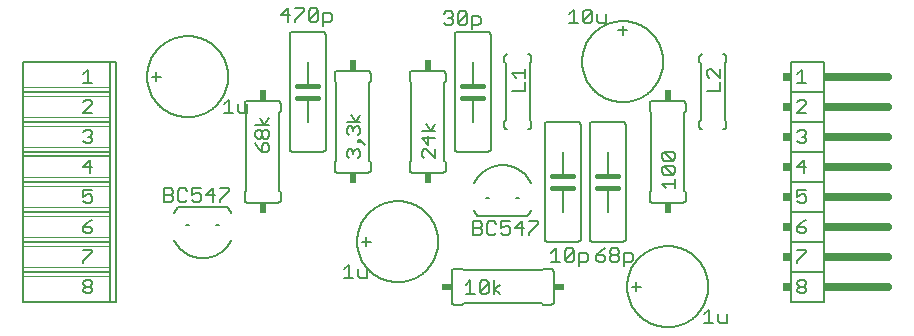
<source format=gbr>
G04 EAGLE Gerber X2 export*
G04 #@! %TF.Part,Single*
G04 #@! %TF.FileFunction,Legend,Top,1*
G04 #@! %TF.FilePolarity,Positive*
G04 #@! %TF.GenerationSoftware,Autodesk,EAGLE,9.0.0*
G04 #@! %TF.CreationDate,2019-08-08T19:18:26Z*
G75*
%MOMM*%
%FSLAX34Y34*%
%LPD*%
%AMOC8*
5,1,8,0,0,1.08239X$1,22.5*%
G01*
%ADD10C,0.152400*%
%ADD11C,0.406400*%
%ADD12C,0.127000*%
%ADD13R,0.609600X0.863600*%
%ADD14R,0.863600X0.609600*%
%ADD15C,0.050800*%
%ADD16C,0.660400*%
%ADD17R,0.762000X0.660400*%
%ADD18R,0.660400X0.660400*%


D10*
X78740Y129540D02*
X78740Y226060D01*
X76200Y228600D02*
X50800Y228600D01*
X48260Y226060D02*
X48260Y129540D01*
X50800Y127000D02*
X76200Y127000D01*
X76300Y127002D01*
X76399Y127008D01*
X76499Y127018D01*
X76597Y127031D01*
X76696Y127049D01*
X76793Y127070D01*
X76889Y127095D01*
X76985Y127124D01*
X77079Y127157D01*
X77172Y127193D01*
X77263Y127233D01*
X77353Y127277D01*
X77441Y127324D01*
X77527Y127374D01*
X77611Y127428D01*
X77693Y127485D01*
X77772Y127545D01*
X77850Y127609D01*
X77924Y127675D01*
X77996Y127744D01*
X78065Y127816D01*
X78131Y127890D01*
X78195Y127968D01*
X78255Y128047D01*
X78312Y128129D01*
X78366Y128213D01*
X78416Y128299D01*
X78463Y128387D01*
X78507Y128477D01*
X78547Y128568D01*
X78583Y128661D01*
X78616Y128755D01*
X78645Y128851D01*
X78670Y128947D01*
X78691Y129044D01*
X78709Y129143D01*
X78722Y129241D01*
X78732Y129341D01*
X78738Y129440D01*
X78740Y129540D01*
X50800Y127000D02*
X50700Y127002D01*
X50601Y127008D01*
X50501Y127018D01*
X50403Y127031D01*
X50304Y127049D01*
X50207Y127070D01*
X50111Y127095D01*
X50015Y127124D01*
X49921Y127157D01*
X49828Y127193D01*
X49737Y127233D01*
X49647Y127277D01*
X49559Y127324D01*
X49473Y127374D01*
X49389Y127428D01*
X49307Y127485D01*
X49228Y127545D01*
X49150Y127609D01*
X49076Y127675D01*
X49004Y127744D01*
X48935Y127816D01*
X48869Y127890D01*
X48805Y127968D01*
X48745Y128047D01*
X48688Y128129D01*
X48634Y128213D01*
X48584Y128299D01*
X48537Y128387D01*
X48493Y128477D01*
X48453Y128568D01*
X48417Y128661D01*
X48384Y128755D01*
X48355Y128851D01*
X48330Y128947D01*
X48309Y129044D01*
X48291Y129143D01*
X48278Y129241D01*
X48268Y129341D01*
X48262Y129440D01*
X48260Y129540D01*
X48260Y226060D02*
X48262Y226160D01*
X48268Y226259D01*
X48278Y226359D01*
X48291Y226457D01*
X48309Y226556D01*
X48330Y226653D01*
X48355Y226749D01*
X48384Y226845D01*
X48417Y226939D01*
X48453Y227032D01*
X48493Y227123D01*
X48537Y227213D01*
X48584Y227301D01*
X48634Y227387D01*
X48688Y227471D01*
X48745Y227553D01*
X48805Y227632D01*
X48869Y227710D01*
X48935Y227784D01*
X49004Y227856D01*
X49076Y227925D01*
X49150Y227991D01*
X49228Y228055D01*
X49307Y228115D01*
X49389Y228172D01*
X49473Y228226D01*
X49559Y228276D01*
X49647Y228323D01*
X49737Y228367D01*
X49828Y228407D01*
X49921Y228443D01*
X50015Y228476D01*
X50111Y228505D01*
X50207Y228530D01*
X50304Y228551D01*
X50403Y228569D01*
X50501Y228582D01*
X50601Y228592D01*
X50700Y228598D01*
X50800Y228600D01*
X76200Y228600D02*
X76300Y228598D01*
X76399Y228592D01*
X76499Y228582D01*
X76597Y228569D01*
X76696Y228551D01*
X76793Y228530D01*
X76889Y228505D01*
X76985Y228476D01*
X77079Y228443D01*
X77172Y228407D01*
X77263Y228367D01*
X77353Y228323D01*
X77441Y228276D01*
X77527Y228226D01*
X77611Y228172D01*
X77693Y228115D01*
X77772Y228055D01*
X77850Y227991D01*
X77924Y227925D01*
X77996Y227856D01*
X78065Y227784D01*
X78131Y227710D01*
X78195Y227632D01*
X78255Y227553D01*
X78312Y227471D01*
X78366Y227387D01*
X78416Y227301D01*
X78463Y227213D01*
X78507Y227123D01*
X78547Y227032D01*
X78583Y226939D01*
X78616Y226845D01*
X78645Y226749D01*
X78670Y226653D01*
X78691Y226556D01*
X78709Y226457D01*
X78722Y226359D01*
X78732Y226259D01*
X78738Y226160D01*
X78740Y226060D01*
X63500Y172720D02*
X63500Y152400D01*
X63500Y182880D02*
X63500Y203200D01*
D11*
X63500Y182880D02*
X72390Y182880D01*
X63500Y182880D02*
X54610Y182880D01*
X63500Y172720D02*
X72390Y172720D01*
X63500Y172720D02*
X54610Y172720D01*
D12*
X46995Y236855D02*
X46995Y248295D01*
X41275Y242575D01*
X48902Y242575D01*
X52969Y248295D02*
X60595Y248295D01*
X60595Y246388D01*
X52969Y238762D01*
X52969Y236855D01*
X64663Y238762D02*
X64663Y246388D01*
X66570Y248295D01*
X70383Y248295D01*
X72289Y246388D01*
X72289Y238762D01*
X70383Y236855D01*
X66570Y236855D01*
X64663Y238762D01*
X72289Y246388D01*
X76357Y244482D02*
X76357Y233042D01*
X76357Y244482D02*
X82077Y244482D01*
X83983Y242575D01*
X83983Y238762D01*
X82077Y236855D01*
X76357Y236855D01*
D10*
X-60960Y190500D02*
X-68580Y190500D01*
X-64770Y186690D02*
X-64770Y194310D01*
X-72390Y190500D02*
X-72380Y191342D01*
X-72349Y192183D01*
X-72297Y193023D01*
X-72225Y193861D01*
X-72132Y194697D01*
X-72019Y195531D01*
X-71885Y196362D01*
X-71731Y197190D01*
X-71557Y198013D01*
X-71362Y198832D01*
X-71148Y199646D01*
X-70913Y200454D01*
X-70659Y201256D01*
X-70386Y202052D01*
X-70092Y202841D01*
X-69780Y203622D01*
X-69448Y204396D01*
X-69098Y205161D01*
X-68729Y205917D01*
X-68341Y206664D01*
X-67935Y207401D01*
X-67512Y208129D01*
X-67070Y208845D01*
X-66611Y209551D01*
X-66135Y210244D01*
X-65642Y210927D01*
X-65132Y211596D01*
X-64607Y212253D01*
X-64065Y212897D01*
X-63507Y213528D01*
X-62934Y214144D01*
X-62347Y214747D01*
X-61744Y215334D01*
X-61128Y215907D01*
X-60497Y216465D01*
X-59853Y217007D01*
X-59196Y217532D01*
X-58527Y218042D01*
X-57844Y218535D01*
X-57151Y219011D01*
X-56445Y219470D01*
X-55729Y219912D01*
X-55001Y220335D01*
X-54264Y220741D01*
X-53517Y221129D01*
X-52761Y221498D01*
X-51996Y221848D01*
X-51222Y222180D01*
X-50441Y222492D01*
X-49652Y222786D01*
X-48856Y223059D01*
X-48054Y223313D01*
X-47246Y223548D01*
X-46432Y223762D01*
X-45613Y223957D01*
X-44790Y224131D01*
X-43962Y224285D01*
X-43131Y224419D01*
X-42297Y224532D01*
X-41461Y224625D01*
X-40623Y224697D01*
X-39783Y224749D01*
X-38942Y224780D01*
X-38100Y224790D01*
X-37258Y224780D01*
X-36417Y224749D01*
X-35577Y224697D01*
X-34739Y224625D01*
X-33903Y224532D01*
X-33069Y224419D01*
X-32238Y224285D01*
X-31410Y224131D01*
X-30587Y223957D01*
X-29768Y223762D01*
X-28954Y223548D01*
X-28146Y223313D01*
X-27344Y223059D01*
X-26548Y222786D01*
X-25759Y222492D01*
X-24978Y222180D01*
X-24204Y221848D01*
X-23439Y221498D01*
X-22683Y221129D01*
X-21936Y220741D01*
X-21199Y220335D01*
X-20471Y219912D01*
X-19755Y219470D01*
X-19049Y219011D01*
X-18356Y218535D01*
X-17673Y218042D01*
X-17004Y217532D01*
X-16347Y217007D01*
X-15703Y216465D01*
X-15072Y215907D01*
X-14456Y215334D01*
X-13853Y214747D01*
X-13266Y214144D01*
X-12693Y213528D01*
X-12135Y212897D01*
X-11593Y212253D01*
X-11068Y211596D01*
X-10558Y210927D01*
X-10065Y210244D01*
X-9589Y209551D01*
X-9130Y208845D01*
X-8688Y208129D01*
X-8265Y207401D01*
X-7859Y206664D01*
X-7471Y205917D01*
X-7102Y205161D01*
X-6752Y204396D01*
X-6420Y203622D01*
X-6108Y202841D01*
X-5814Y202052D01*
X-5541Y201256D01*
X-5287Y200454D01*
X-5052Y199646D01*
X-4838Y198832D01*
X-4643Y198013D01*
X-4469Y197190D01*
X-4315Y196362D01*
X-4181Y195531D01*
X-4068Y194697D01*
X-3975Y193861D01*
X-3903Y193023D01*
X-3851Y192183D01*
X-3820Y191342D01*
X-3810Y190500D01*
X-3820Y189658D01*
X-3851Y188817D01*
X-3903Y187977D01*
X-3975Y187139D01*
X-4068Y186303D01*
X-4181Y185469D01*
X-4315Y184638D01*
X-4469Y183810D01*
X-4643Y182987D01*
X-4838Y182168D01*
X-5052Y181354D01*
X-5287Y180546D01*
X-5541Y179744D01*
X-5814Y178948D01*
X-6108Y178159D01*
X-6420Y177378D01*
X-6752Y176604D01*
X-7102Y175839D01*
X-7471Y175083D01*
X-7859Y174336D01*
X-8265Y173599D01*
X-8688Y172871D01*
X-9130Y172155D01*
X-9589Y171449D01*
X-10065Y170756D01*
X-10558Y170073D01*
X-11068Y169404D01*
X-11593Y168747D01*
X-12135Y168103D01*
X-12693Y167472D01*
X-13266Y166856D01*
X-13853Y166253D01*
X-14456Y165666D01*
X-15072Y165093D01*
X-15703Y164535D01*
X-16347Y163993D01*
X-17004Y163468D01*
X-17673Y162958D01*
X-18356Y162465D01*
X-19049Y161989D01*
X-19755Y161530D01*
X-20471Y161088D01*
X-21199Y160665D01*
X-21936Y160259D01*
X-22683Y159871D01*
X-23439Y159502D01*
X-24204Y159152D01*
X-24978Y158820D01*
X-25759Y158508D01*
X-26548Y158214D01*
X-27344Y157941D01*
X-28146Y157687D01*
X-28954Y157452D01*
X-29768Y157238D01*
X-30587Y157043D01*
X-31410Y156869D01*
X-32238Y156715D01*
X-33069Y156581D01*
X-33903Y156468D01*
X-34739Y156375D01*
X-35577Y156303D01*
X-36417Y156251D01*
X-37258Y156220D01*
X-38100Y156210D01*
X-38942Y156220D01*
X-39783Y156251D01*
X-40623Y156303D01*
X-41461Y156375D01*
X-42297Y156468D01*
X-43131Y156581D01*
X-43962Y156715D01*
X-44790Y156869D01*
X-45613Y157043D01*
X-46432Y157238D01*
X-47246Y157452D01*
X-48054Y157687D01*
X-48856Y157941D01*
X-49652Y158214D01*
X-50441Y158508D01*
X-51222Y158820D01*
X-51996Y159152D01*
X-52761Y159502D01*
X-53517Y159871D01*
X-54264Y160259D01*
X-55001Y160665D01*
X-55729Y161088D01*
X-56445Y161530D01*
X-57151Y161989D01*
X-57844Y162465D01*
X-58527Y162958D01*
X-59196Y163468D01*
X-59853Y163993D01*
X-60497Y164535D01*
X-61128Y165093D01*
X-61744Y165666D01*
X-62347Y166253D01*
X-62934Y166856D01*
X-63507Y167472D01*
X-64065Y168103D01*
X-64607Y168747D01*
X-65132Y169404D01*
X-65642Y170073D01*
X-66135Y170756D01*
X-66611Y171449D01*
X-67070Y172155D01*
X-67512Y172871D01*
X-67935Y173599D01*
X-68341Y174336D01*
X-68729Y175083D01*
X-69098Y175839D01*
X-69448Y176604D01*
X-69780Y177378D01*
X-70092Y178159D01*
X-70386Y178948D01*
X-70659Y179744D01*
X-70913Y180546D01*
X-71148Y181354D01*
X-71362Y182168D01*
X-71557Y182987D01*
X-71731Y183810D01*
X-71885Y184638D01*
X-72019Y185469D01*
X-72132Y186303D01*
X-72225Y187139D01*
X-72297Y187977D01*
X-72349Y188817D01*
X-72380Y189658D01*
X-72390Y190500D01*
D12*
X-6985Y167012D02*
X-3172Y170825D01*
X-3172Y159385D01*
X-6985Y159385D02*
X642Y159385D01*
X4709Y161292D02*
X4709Y167012D01*
X4709Y161292D02*
X6616Y159385D01*
X12335Y159385D01*
X12335Y167012D01*
D10*
X38100Y170180D02*
X38200Y170178D01*
X38299Y170172D01*
X38399Y170162D01*
X38497Y170149D01*
X38596Y170131D01*
X38693Y170110D01*
X38789Y170085D01*
X38885Y170056D01*
X38979Y170023D01*
X39072Y169987D01*
X39163Y169947D01*
X39253Y169903D01*
X39341Y169856D01*
X39427Y169806D01*
X39511Y169752D01*
X39593Y169695D01*
X39672Y169635D01*
X39750Y169571D01*
X39824Y169505D01*
X39896Y169436D01*
X39965Y169364D01*
X40031Y169290D01*
X40095Y169212D01*
X40155Y169133D01*
X40212Y169051D01*
X40266Y168967D01*
X40316Y168881D01*
X40363Y168793D01*
X40407Y168703D01*
X40447Y168612D01*
X40483Y168519D01*
X40516Y168425D01*
X40545Y168329D01*
X40570Y168233D01*
X40591Y168136D01*
X40609Y168037D01*
X40622Y167939D01*
X40632Y167839D01*
X40638Y167740D01*
X40640Y167640D01*
X12700Y170180D02*
X12600Y170178D01*
X12501Y170172D01*
X12401Y170162D01*
X12303Y170149D01*
X12204Y170131D01*
X12107Y170110D01*
X12011Y170085D01*
X11915Y170056D01*
X11821Y170023D01*
X11728Y169987D01*
X11637Y169947D01*
X11547Y169903D01*
X11459Y169856D01*
X11373Y169806D01*
X11289Y169752D01*
X11207Y169695D01*
X11128Y169635D01*
X11050Y169571D01*
X10976Y169505D01*
X10904Y169436D01*
X10835Y169364D01*
X10769Y169290D01*
X10705Y169212D01*
X10645Y169133D01*
X10588Y169051D01*
X10534Y168967D01*
X10484Y168881D01*
X10437Y168793D01*
X10393Y168703D01*
X10353Y168612D01*
X10317Y168519D01*
X10284Y168425D01*
X10255Y168329D01*
X10230Y168233D01*
X10209Y168136D01*
X10191Y168037D01*
X10178Y167939D01*
X10168Y167839D01*
X10162Y167740D01*
X10160Y167640D01*
X10160Y86360D02*
X10162Y86260D01*
X10168Y86161D01*
X10178Y86061D01*
X10191Y85963D01*
X10209Y85864D01*
X10230Y85767D01*
X10255Y85671D01*
X10284Y85575D01*
X10317Y85481D01*
X10353Y85388D01*
X10393Y85297D01*
X10437Y85207D01*
X10484Y85119D01*
X10534Y85033D01*
X10588Y84949D01*
X10645Y84867D01*
X10705Y84788D01*
X10769Y84710D01*
X10835Y84636D01*
X10904Y84564D01*
X10976Y84495D01*
X11050Y84429D01*
X11128Y84365D01*
X11207Y84305D01*
X11289Y84248D01*
X11373Y84194D01*
X11459Y84144D01*
X11547Y84097D01*
X11637Y84053D01*
X11728Y84013D01*
X11821Y83977D01*
X11915Y83944D01*
X12011Y83915D01*
X12107Y83890D01*
X12204Y83869D01*
X12303Y83851D01*
X12401Y83838D01*
X12501Y83828D01*
X12600Y83822D01*
X12700Y83820D01*
X38100Y83820D02*
X38200Y83822D01*
X38299Y83828D01*
X38399Y83838D01*
X38497Y83851D01*
X38596Y83869D01*
X38693Y83890D01*
X38789Y83915D01*
X38885Y83944D01*
X38979Y83977D01*
X39072Y84013D01*
X39163Y84053D01*
X39253Y84097D01*
X39341Y84144D01*
X39427Y84194D01*
X39511Y84248D01*
X39593Y84305D01*
X39672Y84365D01*
X39750Y84429D01*
X39824Y84495D01*
X39896Y84564D01*
X39965Y84636D01*
X40031Y84710D01*
X40095Y84788D01*
X40155Y84867D01*
X40212Y84949D01*
X40266Y85033D01*
X40316Y85119D01*
X40363Y85207D01*
X40407Y85297D01*
X40447Y85388D01*
X40483Y85481D01*
X40516Y85575D01*
X40545Y85671D01*
X40570Y85767D01*
X40591Y85864D01*
X40609Y85963D01*
X40622Y86061D01*
X40632Y86161D01*
X40638Y86260D01*
X40640Y86360D01*
X38100Y170180D02*
X12700Y170180D01*
X40640Y167640D02*
X40640Y161290D01*
X39370Y160020D01*
X10160Y161290D02*
X10160Y167640D01*
X10160Y161290D02*
X11430Y160020D01*
X39370Y93980D02*
X40640Y92710D01*
X39370Y93980D02*
X39370Y160020D01*
X11430Y93980D02*
X10160Y92710D01*
X11430Y93980D02*
X11430Y160020D01*
X40640Y92710D02*
X40640Y86360D01*
X10160Y86360D02*
X10160Y92710D01*
X12700Y83820D02*
X38100Y83820D01*
D12*
X21074Y130065D02*
X19167Y133879D01*
X21074Y130065D02*
X24887Y126252D01*
X28700Y126252D01*
X30607Y128159D01*
X30607Y131972D01*
X28700Y133879D01*
X26794Y133879D01*
X24887Y131972D01*
X24887Y126252D01*
X21074Y137946D02*
X19167Y139853D01*
X19167Y143666D01*
X21074Y145573D01*
X22981Y145573D01*
X24887Y143666D01*
X26794Y145573D01*
X28700Y145573D01*
X30607Y143666D01*
X30607Y139853D01*
X28700Y137946D01*
X26794Y137946D01*
X24887Y139853D01*
X22981Y137946D01*
X21074Y137946D01*
X24887Y139853D02*
X24887Y143666D01*
X30607Y149640D02*
X19167Y149640D01*
X26794Y149640D02*
X30607Y155360D01*
X26794Y149640D02*
X22981Y155360D01*
D13*
X25400Y79502D03*
X25400Y174498D03*
D10*
X86360Y111760D02*
X86362Y111660D01*
X86368Y111561D01*
X86378Y111461D01*
X86391Y111363D01*
X86409Y111264D01*
X86430Y111167D01*
X86455Y111071D01*
X86484Y110975D01*
X86517Y110881D01*
X86553Y110788D01*
X86593Y110697D01*
X86637Y110607D01*
X86684Y110519D01*
X86734Y110433D01*
X86788Y110349D01*
X86845Y110267D01*
X86905Y110188D01*
X86969Y110110D01*
X87035Y110036D01*
X87104Y109964D01*
X87176Y109895D01*
X87250Y109829D01*
X87328Y109765D01*
X87407Y109705D01*
X87489Y109648D01*
X87573Y109594D01*
X87659Y109544D01*
X87747Y109497D01*
X87837Y109453D01*
X87928Y109413D01*
X88021Y109377D01*
X88115Y109344D01*
X88211Y109315D01*
X88307Y109290D01*
X88404Y109269D01*
X88503Y109251D01*
X88601Y109238D01*
X88701Y109228D01*
X88800Y109222D01*
X88900Y109220D01*
X114300Y109220D02*
X114400Y109222D01*
X114499Y109228D01*
X114599Y109238D01*
X114697Y109251D01*
X114796Y109269D01*
X114893Y109290D01*
X114989Y109315D01*
X115085Y109344D01*
X115179Y109377D01*
X115272Y109413D01*
X115363Y109453D01*
X115453Y109497D01*
X115541Y109544D01*
X115627Y109594D01*
X115711Y109648D01*
X115793Y109705D01*
X115872Y109765D01*
X115950Y109829D01*
X116024Y109895D01*
X116096Y109964D01*
X116165Y110036D01*
X116231Y110110D01*
X116295Y110188D01*
X116355Y110267D01*
X116412Y110349D01*
X116466Y110433D01*
X116516Y110519D01*
X116563Y110607D01*
X116607Y110697D01*
X116647Y110788D01*
X116683Y110881D01*
X116716Y110975D01*
X116745Y111071D01*
X116770Y111167D01*
X116791Y111264D01*
X116809Y111363D01*
X116822Y111461D01*
X116832Y111561D01*
X116838Y111660D01*
X116840Y111760D01*
X116840Y193040D02*
X116838Y193140D01*
X116832Y193239D01*
X116822Y193339D01*
X116809Y193437D01*
X116791Y193536D01*
X116770Y193633D01*
X116745Y193729D01*
X116716Y193825D01*
X116683Y193919D01*
X116647Y194012D01*
X116607Y194103D01*
X116563Y194193D01*
X116516Y194281D01*
X116466Y194367D01*
X116412Y194451D01*
X116355Y194533D01*
X116295Y194612D01*
X116231Y194690D01*
X116165Y194764D01*
X116096Y194836D01*
X116024Y194905D01*
X115950Y194971D01*
X115872Y195035D01*
X115793Y195095D01*
X115711Y195152D01*
X115627Y195206D01*
X115541Y195256D01*
X115453Y195303D01*
X115363Y195347D01*
X115272Y195387D01*
X115179Y195423D01*
X115085Y195456D01*
X114989Y195485D01*
X114893Y195510D01*
X114796Y195531D01*
X114697Y195549D01*
X114599Y195562D01*
X114499Y195572D01*
X114400Y195578D01*
X114300Y195580D01*
X88900Y195580D02*
X88800Y195578D01*
X88701Y195572D01*
X88601Y195562D01*
X88503Y195549D01*
X88404Y195531D01*
X88307Y195510D01*
X88211Y195485D01*
X88115Y195456D01*
X88021Y195423D01*
X87928Y195387D01*
X87837Y195347D01*
X87747Y195303D01*
X87659Y195256D01*
X87573Y195206D01*
X87489Y195152D01*
X87407Y195095D01*
X87328Y195035D01*
X87250Y194971D01*
X87176Y194905D01*
X87104Y194836D01*
X87035Y194764D01*
X86969Y194690D01*
X86905Y194612D01*
X86845Y194533D01*
X86788Y194451D01*
X86734Y194367D01*
X86684Y194281D01*
X86637Y194193D01*
X86593Y194103D01*
X86553Y194012D01*
X86517Y193919D01*
X86484Y193825D01*
X86455Y193729D01*
X86430Y193633D01*
X86409Y193536D01*
X86391Y193437D01*
X86378Y193339D01*
X86368Y193239D01*
X86362Y193140D01*
X86360Y193040D01*
X88900Y109220D02*
X114300Y109220D01*
X86360Y111760D02*
X86360Y118110D01*
X87630Y119380D01*
X116840Y118110D02*
X116840Y111760D01*
X116840Y118110D02*
X115570Y119380D01*
X87630Y185420D02*
X86360Y186690D01*
X87630Y185420D02*
X87630Y119380D01*
X115570Y185420D02*
X116840Y186690D01*
X115570Y185420D02*
X115570Y119380D01*
X86360Y186690D02*
X86360Y193040D01*
X116840Y193040D02*
X116840Y186690D01*
X114300Y195580D02*
X88900Y195580D01*
D12*
X96383Y123192D02*
X98290Y121285D01*
X96383Y123192D02*
X96383Y127005D01*
X98290Y128912D01*
X100197Y128912D01*
X102103Y127005D01*
X102103Y125098D01*
X102103Y127005D02*
X104010Y128912D01*
X105916Y128912D01*
X107823Y127005D01*
X107823Y123192D01*
X105916Y121285D01*
X111636Y132979D02*
X107823Y136792D01*
X105916Y136792D01*
X105916Y134886D01*
X107823Y134886D01*
X107823Y136792D01*
X98290Y140775D02*
X96383Y142682D01*
X96383Y146495D01*
X98290Y148401D01*
X100197Y148401D01*
X102103Y146495D01*
X102103Y144588D01*
X102103Y146495D02*
X104010Y148401D01*
X105916Y148401D01*
X107823Y146495D01*
X107823Y142682D01*
X105916Y140775D01*
X107823Y152469D02*
X96383Y152469D01*
X104010Y152469D02*
X107823Y158189D01*
X104010Y152469D02*
X100197Y158189D01*
D13*
X101600Y199898D03*
X101600Y104902D03*
D10*
X109220Y50800D02*
X116840Y50800D01*
X113030Y46990D02*
X113030Y54610D01*
X105410Y50800D02*
X105420Y51642D01*
X105451Y52483D01*
X105503Y53323D01*
X105575Y54161D01*
X105668Y54997D01*
X105781Y55831D01*
X105915Y56662D01*
X106069Y57490D01*
X106243Y58313D01*
X106438Y59132D01*
X106652Y59946D01*
X106887Y60754D01*
X107141Y61556D01*
X107414Y62352D01*
X107708Y63141D01*
X108020Y63922D01*
X108352Y64696D01*
X108702Y65461D01*
X109071Y66217D01*
X109459Y66964D01*
X109865Y67701D01*
X110288Y68429D01*
X110730Y69145D01*
X111189Y69851D01*
X111665Y70544D01*
X112158Y71227D01*
X112668Y71896D01*
X113193Y72553D01*
X113735Y73197D01*
X114293Y73828D01*
X114866Y74444D01*
X115453Y75047D01*
X116056Y75634D01*
X116672Y76207D01*
X117303Y76765D01*
X117947Y77307D01*
X118604Y77832D01*
X119273Y78342D01*
X119956Y78835D01*
X120649Y79311D01*
X121355Y79770D01*
X122071Y80212D01*
X122799Y80635D01*
X123536Y81041D01*
X124283Y81429D01*
X125039Y81798D01*
X125804Y82148D01*
X126578Y82480D01*
X127359Y82792D01*
X128148Y83086D01*
X128944Y83359D01*
X129746Y83613D01*
X130554Y83848D01*
X131368Y84062D01*
X132187Y84257D01*
X133010Y84431D01*
X133838Y84585D01*
X134669Y84719D01*
X135503Y84832D01*
X136339Y84925D01*
X137177Y84997D01*
X138017Y85049D01*
X138858Y85080D01*
X139700Y85090D01*
X140542Y85080D01*
X141383Y85049D01*
X142223Y84997D01*
X143061Y84925D01*
X143897Y84832D01*
X144731Y84719D01*
X145562Y84585D01*
X146390Y84431D01*
X147213Y84257D01*
X148032Y84062D01*
X148846Y83848D01*
X149654Y83613D01*
X150456Y83359D01*
X151252Y83086D01*
X152041Y82792D01*
X152822Y82480D01*
X153596Y82148D01*
X154361Y81798D01*
X155117Y81429D01*
X155864Y81041D01*
X156601Y80635D01*
X157329Y80212D01*
X158045Y79770D01*
X158751Y79311D01*
X159444Y78835D01*
X160127Y78342D01*
X160796Y77832D01*
X161453Y77307D01*
X162097Y76765D01*
X162728Y76207D01*
X163344Y75634D01*
X163947Y75047D01*
X164534Y74444D01*
X165107Y73828D01*
X165665Y73197D01*
X166207Y72553D01*
X166732Y71896D01*
X167242Y71227D01*
X167735Y70544D01*
X168211Y69851D01*
X168670Y69145D01*
X169112Y68429D01*
X169535Y67701D01*
X169941Y66964D01*
X170329Y66217D01*
X170698Y65461D01*
X171048Y64696D01*
X171380Y63922D01*
X171692Y63141D01*
X171986Y62352D01*
X172259Y61556D01*
X172513Y60754D01*
X172748Y59946D01*
X172962Y59132D01*
X173157Y58313D01*
X173331Y57490D01*
X173485Y56662D01*
X173619Y55831D01*
X173732Y54997D01*
X173825Y54161D01*
X173897Y53323D01*
X173949Y52483D01*
X173980Y51642D01*
X173990Y50800D01*
X173980Y49958D01*
X173949Y49117D01*
X173897Y48277D01*
X173825Y47439D01*
X173732Y46603D01*
X173619Y45769D01*
X173485Y44938D01*
X173331Y44110D01*
X173157Y43287D01*
X172962Y42468D01*
X172748Y41654D01*
X172513Y40846D01*
X172259Y40044D01*
X171986Y39248D01*
X171692Y38459D01*
X171380Y37678D01*
X171048Y36904D01*
X170698Y36139D01*
X170329Y35383D01*
X169941Y34636D01*
X169535Y33899D01*
X169112Y33171D01*
X168670Y32455D01*
X168211Y31749D01*
X167735Y31056D01*
X167242Y30373D01*
X166732Y29704D01*
X166207Y29047D01*
X165665Y28403D01*
X165107Y27772D01*
X164534Y27156D01*
X163947Y26553D01*
X163344Y25966D01*
X162728Y25393D01*
X162097Y24835D01*
X161453Y24293D01*
X160796Y23768D01*
X160127Y23258D01*
X159444Y22765D01*
X158751Y22289D01*
X158045Y21830D01*
X157329Y21388D01*
X156601Y20965D01*
X155864Y20559D01*
X155117Y20171D01*
X154361Y19802D01*
X153596Y19452D01*
X152822Y19120D01*
X152041Y18808D01*
X151252Y18514D01*
X150456Y18241D01*
X149654Y17987D01*
X148846Y17752D01*
X148032Y17538D01*
X147213Y17343D01*
X146390Y17169D01*
X145562Y17015D01*
X144731Y16881D01*
X143897Y16768D01*
X143061Y16675D01*
X142223Y16603D01*
X141383Y16551D01*
X140542Y16520D01*
X139700Y16510D01*
X138858Y16520D01*
X138017Y16551D01*
X137177Y16603D01*
X136339Y16675D01*
X135503Y16768D01*
X134669Y16881D01*
X133838Y17015D01*
X133010Y17169D01*
X132187Y17343D01*
X131368Y17538D01*
X130554Y17752D01*
X129746Y17987D01*
X128944Y18241D01*
X128148Y18514D01*
X127359Y18808D01*
X126578Y19120D01*
X125804Y19452D01*
X125039Y19802D01*
X124283Y20171D01*
X123536Y20559D01*
X122799Y20965D01*
X122071Y21388D01*
X121355Y21830D01*
X120649Y22289D01*
X119956Y22765D01*
X119273Y23258D01*
X118604Y23768D01*
X117947Y24293D01*
X117303Y24835D01*
X116672Y25393D01*
X116056Y25966D01*
X115453Y26553D01*
X114866Y27156D01*
X114293Y27772D01*
X113735Y28403D01*
X113193Y29047D01*
X112668Y29704D01*
X112158Y30373D01*
X111665Y31056D01*
X111189Y31749D01*
X110730Y32455D01*
X110288Y33171D01*
X109865Y33899D01*
X109459Y34636D01*
X109071Y35383D01*
X108702Y36139D01*
X108352Y36904D01*
X108020Y37678D01*
X107708Y38459D01*
X107414Y39248D01*
X107141Y40044D01*
X106887Y40846D01*
X106652Y41654D01*
X106438Y42468D01*
X106243Y43287D01*
X106069Y44110D01*
X105915Y44938D01*
X105781Y45769D01*
X105668Y46603D01*
X105575Y47439D01*
X105503Y48277D01*
X105451Y49117D01*
X105420Y49958D01*
X105410Y50800D01*
D12*
X98428Y31125D02*
X94615Y27312D01*
X98428Y31125D02*
X98428Y19685D01*
X94615Y19685D02*
X102242Y19685D01*
X106309Y21592D02*
X106309Y27312D01*
X106309Y21592D02*
X108216Y19685D01*
X113935Y19685D01*
X113935Y27312D01*
D10*
X185420Y25400D02*
X185422Y25500D01*
X185428Y25599D01*
X185438Y25699D01*
X185451Y25797D01*
X185469Y25896D01*
X185490Y25993D01*
X185515Y26089D01*
X185544Y26185D01*
X185577Y26279D01*
X185613Y26372D01*
X185653Y26463D01*
X185697Y26553D01*
X185744Y26641D01*
X185794Y26727D01*
X185848Y26811D01*
X185905Y26893D01*
X185965Y26972D01*
X186029Y27050D01*
X186095Y27124D01*
X186164Y27196D01*
X186236Y27265D01*
X186310Y27331D01*
X186388Y27395D01*
X186467Y27455D01*
X186549Y27512D01*
X186633Y27566D01*
X186719Y27616D01*
X186807Y27663D01*
X186897Y27707D01*
X186988Y27747D01*
X187081Y27783D01*
X187175Y27816D01*
X187271Y27845D01*
X187367Y27870D01*
X187464Y27891D01*
X187563Y27909D01*
X187661Y27922D01*
X187761Y27932D01*
X187860Y27938D01*
X187960Y27940D01*
X185420Y0D02*
X185422Y-100D01*
X185428Y-199D01*
X185438Y-299D01*
X185451Y-397D01*
X185469Y-496D01*
X185490Y-593D01*
X185515Y-689D01*
X185544Y-785D01*
X185577Y-879D01*
X185613Y-972D01*
X185653Y-1063D01*
X185697Y-1153D01*
X185744Y-1241D01*
X185794Y-1327D01*
X185848Y-1411D01*
X185905Y-1493D01*
X185965Y-1572D01*
X186029Y-1650D01*
X186095Y-1724D01*
X186164Y-1796D01*
X186236Y-1865D01*
X186310Y-1931D01*
X186388Y-1995D01*
X186467Y-2055D01*
X186549Y-2112D01*
X186633Y-2166D01*
X186719Y-2216D01*
X186807Y-2263D01*
X186897Y-2307D01*
X186988Y-2347D01*
X187081Y-2383D01*
X187175Y-2416D01*
X187271Y-2445D01*
X187367Y-2470D01*
X187464Y-2491D01*
X187563Y-2509D01*
X187661Y-2522D01*
X187761Y-2532D01*
X187860Y-2538D01*
X187960Y-2540D01*
X269240Y-2540D02*
X269340Y-2538D01*
X269439Y-2532D01*
X269539Y-2522D01*
X269637Y-2509D01*
X269736Y-2491D01*
X269833Y-2470D01*
X269929Y-2445D01*
X270025Y-2416D01*
X270119Y-2383D01*
X270212Y-2347D01*
X270303Y-2307D01*
X270393Y-2263D01*
X270481Y-2216D01*
X270567Y-2166D01*
X270651Y-2112D01*
X270733Y-2055D01*
X270812Y-1995D01*
X270890Y-1931D01*
X270964Y-1865D01*
X271036Y-1796D01*
X271105Y-1724D01*
X271171Y-1650D01*
X271235Y-1572D01*
X271295Y-1493D01*
X271352Y-1411D01*
X271406Y-1327D01*
X271456Y-1241D01*
X271503Y-1153D01*
X271547Y-1063D01*
X271587Y-972D01*
X271623Y-879D01*
X271656Y-785D01*
X271685Y-689D01*
X271710Y-593D01*
X271731Y-496D01*
X271749Y-397D01*
X271762Y-299D01*
X271772Y-199D01*
X271778Y-100D01*
X271780Y0D01*
X271780Y25400D02*
X271778Y25500D01*
X271772Y25599D01*
X271762Y25699D01*
X271749Y25797D01*
X271731Y25896D01*
X271710Y25993D01*
X271685Y26089D01*
X271656Y26185D01*
X271623Y26279D01*
X271587Y26372D01*
X271547Y26463D01*
X271503Y26553D01*
X271456Y26641D01*
X271406Y26727D01*
X271352Y26811D01*
X271295Y26893D01*
X271235Y26972D01*
X271171Y27050D01*
X271105Y27124D01*
X271036Y27196D01*
X270964Y27265D01*
X270890Y27331D01*
X270812Y27395D01*
X270733Y27455D01*
X270651Y27512D01*
X270567Y27566D01*
X270481Y27616D01*
X270393Y27663D01*
X270303Y27707D01*
X270212Y27747D01*
X270119Y27783D01*
X270025Y27816D01*
X269929Y27845D01*
X269833Y27870D01*
X269736Y27891D01*
X269637Y27909D01*
X269539Y27922D01*
X269439Y27932D01*
X269340Y27938D01*
X269240Y27940D01*
X185420Y25400D02*
X185420Y0D01*
X187960Y27940D02*
X194310Y27940D01*
X195580Y26670D01*
X194310Y-2540D02*
X187960Y-2540D01*
X194310Y-2540D02*
X195580Y-1270D01*
X261620Y26670D02*
X262890Y27940D01*
X261620Y26670D02*
X195580Y26670D01*
X261620Y-1270D02*
X262890Y-2540D01*
X261620Y-1270D02*
X195580Y-1270D01*
X262890Y27940D02*
X269240Y27940D01*
X269240Y-2540D02*
X262890Y-2540D01*
X271780Y0D02*
X271780Y25400D01*
D12*
X201298Y17917D02*
X197485Y14104D01*
X201298Y17917D02*
X201298Y6477D01*
X197485Y6477D02*
X205112Y6477D01*
X209179Y8384D02*
X209179Y16010D01*
X211086Y17917D01*
X214899Y17917D01*
X216805Y16010D01*
X216805Y8384D01*
X214899Y6477D01*
X211086Y6477D01*
X209179Y8384D01*
X216805Y16010D01*
X220873Y17917D02*
X220873Y6477D01*
X220873Y10290D02*
X226593Y6477D01*
X220873Y10290D02*
X226593Y14104D01*
D14*
X276098Y12700D03*
X181102Y12700D03*
D10*
X152400Y109220D02*
X152300Y109222D01*
X152201Y109228D01*
X152101Y109238D01*
X152003Y109251D01*
X151904Y109269D01*
X151807Y109290D01*
X151711Y109315D01*
X151615Y109344D01*
X151521Y109377D01*
X151428Y109413D01*
X151337Y109453D01*
X151247Y109497D01*
X151159Y109544D01*
X151073Y109594D01*
X150989Y109648D01*
X150907Y109705D01*
X150828Y109765D01*
X150750Y109829D01*
X150676Y109895D01*
X150604Y109964D01*
X150535Y110036D01*
X150469Y110110D01*
X150405Y110188D01*
X150345Y110267D01*
X150288Y110349D01*
X150234Y110433D01*
X150184Y110519D01*
X150137Y110607D01*
X150093Y110697D01*
X150053Y110788D01*
X150017Y110881D01*
X149984Y110975D01*
X149955Y111071D01*
X149930Y111167D01*
X149909Y111264D01*
X149891Y111363D01*
X149878Y111461D01*
X149868Y111561D01*
X149862Y111660D01*
X149860Y111760D01*
X177800Y109220D02*
X177900Y109222D01*
X177999Y109228D01*
X178099Y109238D01*
X178197Y109251D01*
X178296Y109269D01*
X178393Y109290D01*
X178489Y109315D01*
X178585Y109344D01*
X178679Y109377D01*
X178772Y109413D01*
X178863Y109453D01*
X178953Y109497D01*
X179041Y109544D01*
X179127Y109594D01*
X179211Y109648D01*
X179293Y109705D01*
X179372Y109765D01*
X179450Y109829D01*
X179524Y109895D01*
X179596Y109964D01*
X179665Y110036D01*
X179731Y110110D01*
X179795Y110188D01*
X179855Y110267D01*
X179912Y110349D01*
X179966Y110433D01*
X180016Y110519D01*
X180063Y110607D01*
X180107Y110697D01*
X180147Y110788D01*
X180183Y110881D01*
X180216Y110975D01*
X180245Y111071D01*
X180270Y111167D01*
X180291Y111264D01*
X180309Y111363D01*
X180322Y111461D01*
X180332Y111561D01*
X180338Y111660D01*
X180340Y111760D01*
X180340Y193040D02*
X180338Y193140D01*
X180332Y193239D01*
X180322Y193339D01*
X180309Y193437D01*
X180291Y193536D01*
X180270Y193633D01*
X180245Y193729D01*
X180216Y193825D01*
X180183Y193919D01*
X180147Y194012D01*
X180107Y194103D01*
X180063Y194193D01*
X180016Y194281D01*
X179966Y194367D01*
X179912Y194451D01*
X179855Y194533D01*
X179795Y194612D01*
X179731Y194690D01*
X179665Y194764D01*
X179596Y194836D01*
X179524Y194905D01*
X179450Y194971D01*
X179372Y195035D01*
X179293Y195095D01*
X179211Y195152D01*
X179127Y195206D01*
X179041Y195256D01*
X178953Y195303D01*
X178863Y195347D01*
X178772Y195387D01*
X178679Y195423D01*
X178585Y195456D01*
X178489Y195485D01*
X178393Y195510D01*
X178296Y195531D01*
X178197Y195549D01*
X178099Y195562D01*
X177999Y195572D01*
X177900Y195578D01*
X177800Y195580D01*
X152400Y195580D02*
X152300Y195578D01*
X152201Y195572D01*
X152101Y195562D01*
X152003Y195549D01*
X151904Y195531D01*
X151807Y195510D01*
X151711Y195485D01*
X151615Y195456D01*
X151521Y195423D01*
X151428Y195387D01*
X151337Y195347D01*
X151247Y195303D01*
X151159Y195256D01*
X151073Y195206D01*
X150989Y195152D01*
X150907Y195095D01*
X150828Y195035D01*
X150750Y194971D01*
X150676Y194905D01*
X150604Y194836D01*
X150535Y194764D01*
X150469Y194690D01*
X150405Y194612D01*
X150345Y194533D01*
X150288Y194451D01*
X150234Y194367D01*
X150184Y194281D01*
X150137Y194193D01*
X150093Y194103D01*
X150053Y194012D01*
X150017Y193919D01*
X149984Y193825D01*
X149955Y193729D01*
X149930Y193633D01*
X149909Y193536D01*
X149891Y193437D01*
X149878Y193339D01*
X149868Y193239D01*
X149862Y193140D01*
X149860Y193040D01*
X152400Y109220D02*
X177800Y109220D01*
X149860Y111760D02*
X149860Y118110D01*
X151130Y119380D01*
X180340Y118110D02*
X180340Y111760D01*
X180340Y118110D02*
X179070Y119380D01*
X151130Y185420D02*
X149860Y186690D01*
X151130Y185420D02*
X151130Y119380D01*
X179070Y185420D02*
X180340Y186690D01*
X179070Y185420D02*
X179070Y119380D01*
X149860Y186690D02*
X149860Y193040D01*
X180340Y193040D02*
X180340Y186690D01*
X177800Y195580D02*
X152400Y195580D01*
D12*
X171323Y128912D02*
X171323Y121285D01*
X163697Y128912D01*
X161790Y128912D01*
X159883Y127005D01*
X159883Y123192D01*
X161790Y121285D01*
X159883Y138699D02*
X171323Y138699D01*
X165603Y132979D02*
X159883Y138699D01*
X165603Y140605D02*
X165603Y132979D01*
X171323Y144673D02*
X159883Y144673D01*
X167510Y144673D02*
X171323Y150393D01*
X167510Y144673D02*
X163697Y150393D01*
D13*
X165100Y199898D03*
X165100Y104902D03*
D10*
X337820Y12700D02*
X345440Y12700D01*
X341630Y8890D02*
X341630Y16510D01*
X334010Y12700D02*
X334020Y13542D01*
X334051Y14383D01*
X334103Y15223D01*
X334175Y16061D01*
X334268Y16897D01*
X334381Y17731D01*
X334515Y18562D01*
X334669Y19390D01*
X334843Y20213D01*
X335038Y21032D01*
X335252Y21846D01*
X335487Y22654D01*
X335741Y23456D01*
X336014Y24252D01*
X336308Y25041D01*
X336620Y25822D01*
X336952Y26596D01*
X337302Y27361D01*
X337671Y28117D01*
X338059Y28864D01*
X338465Y29601D01*
X338888Y30329D01*
X339330Y31045D01*
X339789Y31751D01*
X340265Y32444D01*
X340758Y33127D01*
X341268Y33796D01*
X341793Y34453D01*
X342335Y35097D01*
X342893Y35728D01*
X343466Y36344D01*
X344053Y36947D01*
X344656Y37534D01*
X345272Y38107D01*
X345903Y38665D01*
X346547Y39207D01*
X347204Y39732D01*
X347873Y40242D01*
X348556Y40735D01*
X349249Y41211D01*
X349955Y41670D01*
X350671Y42112D01*
X351399Y42535D01*
X352136Y42941D01*
X352883Y43329D01*
X353639Y43698D01*
X354404Y44048D01*
X355178Y44380D01*
X355959Y44692D01*
X356748Y44986D01*
X357544Y45259D01*
X358346Y45513D01*
X359154Y45748D01*
X359968Y45962D01*
X360787Y46157D01*
X361610Y46331D01*
X362438Y46485D01*
X363269Y46619D01*
X364103Y46732D01*
X364939Y46825D01*
X365777Y46897D01*
X366617Y46949D01*
X367458Y46980D01*
X368300Y46990D01*
X369142Y46980D01*
X369983Y46949D01*
X370823Y46897D01*
X371661Y46825D01*
X372497Y46732D01*
X373331Y46619D01*
X374162Y46485D01*
X374990Y46331D01*
X375813Y46157D01*
X376632Y45962D01*
X377446Y45748D01*
X378254Y45513D01*
X379056Y45259D01*
X379852Y44986D01*
X380641Y44692D01*
X381422Y44380D01*
X382196Y44048D01*
X382961Y43698D01*
X383717Y43329D01*
X384464Y42941D01*
X385201Y42535D01*
X385929Y42112D01*
X386645Y41670D01*
X387351Y41211D01*
X388044Y40735D01*
X388727Y40242D01*
X389396Y39732D01*
X390053Y39207D01*
X390697Y38665D01*
X391328Y38107D01*
X391944Y37534D01*
X392547Y36947D01*
X393134Y36344D01*
X393707Y35728D01*
X394265Y35097D01*
X394807Y34453D01*
X395332Y33796D01*
X395842Y33127D01*
X396335Y32444D01*
X396811Y31751D01*
X397270Y31045D01*
X397712Y30329D01*
X398135Y29601D01*
X398541Y28864D01*
X398929Y28117D01*
X399298Y27361D01*
X399648Y26596D01*
X399980Y25822D01*
X400292Y25041D01*
X400586Y24252D01*
X400859Y23456D01*
X401113Y22654D01*
X401348Y21846D01*
X401562Y21032D01*
X401757Y20213D01*
X401931Y19390D01*
X402085Y18562D01*
X402219Y17731D01*
X402332Y16897D01*
X402425Y16061D01*
X402497Y15223D01*
X402549Y14383D01*
X402580Y13542D01*
X402590Y12700D01*
X402580Y11858D01*
X402549Y11017D01*
X402497Y10177D01*
X402425Y9339D01*
X402332Y8503D01*
X402219Y7669D01*
X402085Y6838D01*
X401931Y6010D01*
X401757Y5187D01*
X401562Y4368D01*
X401348Y3554D01*
X401113Y2746D01*
X400859Y1944D01*
X400586Y1148D01*
X400292Y359D01*
X399980Y-422D01*
X399648Y-1196D01*
X399298Y-1961D01*
X398929Y-2717D01*
X398541Y-3464D01*
X398135Y-4201D01*
X397712Y-4929D01*
X397270Y-5645D01*
X396811Y-6351D01*
X396335Y-7044D01*
X395842Y-7727D01*
X395332Y-8396D01*
X394807Y-9053D01*
X394265Y-9697D01*
X393707Y-10328D01*
X393134Y-10944D01*
X392547Y-11547D01*
X391944Y-12134D01*
X391328Y-12707D01*
X390697Y-13265D01*
X390053Y-13807D01*
X389396Y-14332D01*
X388727Y-14842D01*
X388044Y-15335D01*
X387351Y-15811D01*
X386645Y-16270D01*
X385929Y-16712D01*
X385201Y-17135D01*
X384464Y-17541D01*
X383717Y-17929D01*
X382961Y-18298D01*
X382196Y-18648D01*
X381422Y-18980D01*
X380641Y-19292D01*
X379852Y-19586D01*
X379056Y-19859D01*
X378254Y-20113D01*
X377446Y-20348D01*
X376632Y-20562D01*
X375813Y-20757D01*
X374990Y-20931D01*
X374162Y-21085D01*
X373331Y-21219D01*
X372497Y-21332D01*
X371661Y-21425D01*
X370823Y-21497D01*
X369983Y-21549D01*
X369142Y-21580D01*
X368300Y-21590D01*
X367458Y-21580D01*
X366617Y-21549D01*
X365777Y-21497D01*
X364939Y-21425D01*
X364103Y-21332D01*
X363269Y-21219D01*
X362438Y-21085D01*
X361610Y-20931D01*
X360787Y-20757D01*
X359968Y-20562D01*
X359154Y-20348D01*
X358346Y-20113D01*
X357544Y-19859D01*
X356748Y-19586D01*
X355959Y-19292D01*
X355178Y-18980D01*
X354404Y-18648D01*
X353639Y-18298D01*
X352883Y-17929D01*
X352136Y-17541D01*
X351399Y-17135D01*
X350671Y-16712D01*
X349955Y-16270D01*
X349249Y-15811D01*
X348556Y-15335D01*
X347873Y-14842D01*
X347204Y-14332D01*
X346547Y-13807D01*
X345903Y-13265D01*
X345272Y-12707D01*
X344656Y-12134D01*
X344053Y-11547D01*
X343466Y-10944D01*
X342893Y-10328D01*
X342335Y-9697D01*
X341793Y-9053D01*
X341268Y-8396D01*
X340758Y-7727D01*
X340265Y-7044D01*
X339789Y-6351D01*
X339330Y-5645D01*
X338888Y-4929D01*
X338465Y-4201D01*
X338059Y-3464D01*
X337671Y-2717D01*
X337302Y-1961D01*
X336952Y-1196D01*
X336620Y-422D01*
X336308Y359D01*
X336014Y1148D01*
X335741Y1944D01*
X335487Y2746D01*
X335252Y3554D01*
X335038Y4368D01*
X334843Y5187D01*
X334669Y6010D01*
X334515Y6838D01*
X334381Y7669D01*
X334268Y8503D01*
X334175Y9339D01*
X334103Y10177D01*
X334051Y11017D01*
X334020Y11858D01*
X334010Y12700D01*
D12*
X399415Y-10789D02*
X403228Y-6975D01*
X403228Y-18415D01*
X399415Y-18415D02*
X407042Y-18415D01*
X411109Y-16508D02*
X411109Y-10789D01*
X411109Y-16508D02*
X413016Y-18415D01*
X418735Y-18415D01*
X418735Y-10789D01*
D10*
X218440Y129540D02*
X218440Y226060D01*
X215900Y228600D02*
X190500Y228600D01*
X187960Y226060D02*
X187960Y129540D01*
X190500Y127000D02*
X215900Y127000D01*
X216000Y127002D01*
X216099Y127008D01*
X216199Y127018D01*
X216297Y127031D01*
X216396Y127049D01*
X216493Y127070D01*
X216589Y127095D01*
X216685Y127124D01*
X216779Y127157D01*
X216872Y127193D01*
X216963Y127233D01*
X217053Y127277D01*
X217141Y127324D01*
X217227Y127374D01*
X217311Y127428D01*
X217393Y127485D01*
X217472Y127545D01*
X217550Y127609D01*
X217624Y127675D01*
X217696Y127744D01*
X217765Y127816D01*
X217831Y127890D01*
X217895Y127968D01*
X217955Y128047D01*
X218012Y128129D01*
X218066Y128213D01*
X218116Y128299D01*
X218163Y128387D01*
X218207Y128477D01*
X218247Y128568D01*
X218283Y128661D01*
X218316Y128755D01*
X218345Y128851D01*
X218370Y128947D01*
X218391Y129044D01*
X218409Y129143D01*
X218422Y129241D01*
X218432Y129341D01*
X218438Y129440D01*
X218440Y129540D01*
X190500Y127000D02*
X190400Y127002D01*
X190301Y127008D01*
X190201Y127018D01*
X190103Y127031D01*
X190004Y127049D01*
X189907Y127070D01*
X189811Y127095D01*
X189715Y127124D01*
X189621Y127157D01*
X189528Y127193D01*
X189437Y127233D01*
X189347Y127277D01*
X189259Y127324D01*
X189173Y127374D01*
X189089Y127428D01*
X189007Y127485D01*
X188928Y127545D01*
X188850Y127609D01*
X188776Y127675D01*
X188704Y127744D01*
X188635Y127816D01*
X188569Y127890D01*
X188505Y127968D01*
X188445Y128047D01*
X188388Y128129D01*
X188334Y128213D01*
X188284Y128299D01*
X188237Y128387D01*
X188193Y128477D01*
X188153Y128568D01*
X188117Y128661D01*
X188084Y128755D01*
X188055Y128851D01*
X188030Y128947D01*
X188009Y129044D01*
X187991Y129143D01*
X187978Y129241D01*
X187968Y129341D01*
X187962Y129440D01*
X187960Y129540D01*
X187960Y226060D02*
X187962Y226160D01*
X187968Y226259D01*
X187978Y226359D01*
X187991Y226457D01*
X188009Y226556D01*
X188030Y226653D01*
X188055Y226749D01*
X188084Y226845D01*
X188117Y226939D01*
X188153Y227032D01*
X188193Y227123D01*
X188237Y227213D01*
X188284Y227301D01*
X188334Y227387D01*
X188388Y227471D01*
X188445Y227553D01*
X188505Y227632D01*
X188569Y227710D01*
X188635Y227784D01*
X188704Y227856D01*
X188776Y227925D01*
X188850Y227991D01*
X188928Y228055D01*
X189007Y228115D01*
X189089Y228172D01*
X189173Y228226D01*
X189259Y228276D01*
X189347Y228323D01*
X189437Y228367D01*
X189528Y228407D01*
X189621Y228443D01*
X189715Y228476D01*
X189811Y228505D01*
X189907Y228530D01*
X190004Y228551D01*
X190103Y228569D01*
X190201Y228582D01*
X190301Y228592D01*
X190400Y228598D01*
X190500Y228600D01*
X215900Y228600D02*
X216000Y228598D01*
X216099Y228592D01*
X216199Y228582D01*
X216297Y228569D01*
X216396Y228551D01*
X216493Y228530D01*
X216589Y228505D01*
X216685Y228476D01*
X216779Y228443D01*
X216872Y228407D01*
X216963Y228367D01*
X217053Y228323D01*
X217141Y228276D01*
X217227Y228226D01*
X217311Y228172D01*
X217393Y228115D01*
X217472Y228055D01*
X217550Y227991D01*
X217624Y227925D01*
X217696Y227856D01*
X217765Y227784D01*
X217831Y227710D01*
X217895Y227632D01*
X217955Y227553D01*
X218012Y227471D01*
X218066Y227387D01*
X218116Y227301D01*
X218163Y227213D01*
X218207Y227123D01*
X218247Y227032D01*
X218283Y226939D01*
X218316Y226845D01*
X218345Y226749D01*
X218370Y226653D01*
X218391Y226556D01*
X218409Y226457D01*
X218422Y226359D01*
X218432Y226259D01*
X218438Y226160D01*
X218440Y226060D01*
X203200Y172720D02*
X203200Y152400D01*
X203200Y182880D02*
X203200Y203200D01*
D11*
X203200Y182880D02*
X212090Y182880D01*
X203200Y182880D02*
X194310Y182880D01*
X203200Y172720D02*
X212090Y172720D01*
X203200Y172720D02*
X194310Y172720D01*
D12*
X178913Y243848D02*
X180820Y245755D01*
X184633Y245755D01*
X186540Y243848D01*
X186540Y241942D01*
X184633Y240035D01*
X182726Y240035D01*
X184633Y240035D02*
X186540Y238128D01*
X186540Y236222D01*
X184633Y234315D01*
X180820Y234315D01*
X178913Y236222D01*
X190607Y236222D02*
X190607Y243848D01*
X192514Y245755D01*
X196327Y245755D01*
X198234Y243848D01*
X198234Y236222D01*
X196327Y234315D01*
X192514Y234315D01*
X190607Y236222D01*
X198234Y243848D01*
X202301Y241942D02*
X202301Y230502D01*
X202301Y241942D02*
X208021Y241942D01*
X209927Y240035D01*
X209927Y236222D01*
X208021Y234315D01*
X202301Y234315D01*
D10*
X294640Y149860D02*
X294640Y53340D01*
X292100Y152400D02*
X266700Y152400D01*
X264160Y149860D02*
X264160Y53340D01*
X266700Y50800D02*
X292100Y50800D01*
X292200Y50802D01*
X292299Y50808D01*
X292399Y50818D01*
X292497Y50831D01*
X292596Y50849D01*
X292693Y50870D01*
X292789Y50895D01*
X292885Y50924D01*
X292979Y50957D01*
X293072Y50993D01*
X293163Y51033D01*
X293253Y51077D01*
X293341Y51124D01*
X293427Y51174D01*
X293511Y51228D01*
X293593Y51285D01*
X293672Y51345D01*
X293750Y51409D01*
X293824Y51475D01*
X293896Y51544D01*
X293965Y51616D01*
X294031Y51690D01*
X294095Y51768D01*
X294155Y51847D01*
X294212Y51929D01*
X294266Y52013D01*
X294316Y52099D01*
X294363Y52187D01*
X294407Y52277D01*
X294447Y52368D01*
X294483Y52461D01*
X294516Y52555D01*
X294545Y52651D01*
X294570Y52747D01*
X294591Y52844D01*
X294609Y52943D01*
X294622Y53041D01*
X294632Y53141D01*
X294638Y53240D01*
X294640Y53340D01*
X266700Y50800D02*
X266600Y50802D01*
X266501Y50808D01*
X266401Y50818D01*
X266303Y50831D01*
X266204Y50849D01*
X266107Y50870D01*
X266011Y50895D01*
X265915Y50924D01*
X265821Y50957D01*
X265728Y50993D01*
X265637Y51033D01*
X265547Y51077D01*
X265459Y51124D01*
X265373Y51174D01*
X265289Y51228D01*
X265207Y51285D01*
X265128Y51345D01*
X265050Y51409D01*
X264976Y51475D01*
X264904Y51544D01*
X264835Y51616D01*
X264769Y51690D01*
X264705Y51768D01*
X264645Y51847D01*
X264588Y51929D01*
X264534Y52013D01*
X264484Y52099D01*
X264437Y52187D01*
X264393Y52277D01*
X264353Y52368D01*
X264317Y52461D01*
X264284Y52555D01*
X264255Y52651D01*
X264230Y52747D01*
X264209Y52844D01*
X264191Y52943D01*
X264178Y53041D01*
X264168Y53141D01*
X264162Y53240D01*
X264160Y53340D01*
X264160Y149860D02*
X264162Y149960D01*
X264168Y150059D01*
X264178Y150159D01*
X264191Y150257D01*
X264209Y150356D01*
X264230Y150453D01*
X264255Y150549D01*
X264284Y150645D01*
X264317Y150739D01*
X264353Y150832D01*
X264393Y150923D01*
X264437Y151013D01*
X264484Y151101D01*
X264534Y151187D01*
X264588Y151271D01*
X264645Y151353D01*
X264705Y151432D01*
X264769Y151510D01*
X264835Y151584D01*
X264904Y151656D01*
X264976Y151725D01*
X265050Y151791D01*
X265128Y151855D01*
X265207Y151915D01*
X265289Y151972D01*
X265373Y152026D01*
X265459Y152076D01*
X265547Y152123D01*
X265637Y152167D01*
X265728Y152207D01*
X265821Y152243D01*
X265915Y152276D01*
X266011Y152305D01*
X266107Y152330D01*
X266204Y152351D01*
X266303Y152369D01*
X266401Y152382D01*
X266501Y152392D01*
X266600Y152398D01*
X266700Y152400D01*
X292100Y152400D02*
X292200Y152398D01*
X292299Y152392D01*
X292399Y152382D01*
X292497Y152369D01*
X292596Y152351D01*
X292693Y152330D01*
X292789Y152305D01*
X292885Y152276D01*
X292979Y152243D01*
X293072Y152207D01*
X293163Y152167D01*
X293253Y152123D01*
X293341Y152076D01*
X293427Y152026D01*
X293511Y151972D01*
X293593Y151915D01*
X293672Y151855D01*
X293750Y151791D01*
X293824Y151725D01*
X293896Y151656D01*
X293965Y151584D01*
X294031Y151510D01*
X294095Y151432D01*
X294155Y151353D01*
X294212Y151271D01*
X294266Y151187D01*
X294316Y151101D01*
X294363Y151013D01*
X294407Y150923D01*
X294447Y150832D01*
X294483Y150739D01*
X294516Y150645D01*
X294545Y150549D01*
X294570Y150453D01*
X294591Y150356D01*
X294609Y150257D01*
X294622Y150159D01*
X294632Y150059D01*
X294638Y149960D01*
X294640Y149860D01*
X279400Y96520D02*
X279400Y76200D01*
X279400Y106680D02*
X279400Y127000D01*
D11*
X279400Y106680D02*
X288290Y106680D01*
X279400Y106680D02*
X270510Y106680D01*
X279400Y96520D02*
X288290Y96520D01*
X279400Y96520D02*
X270510Y96520D01*
D12*
X273688Y45095D02*
X269875Y41282D01*
X273688Y45095D02*
X273688Y33655D01*
X269875Y33655D02*
X277502Y33655D01*
X281569Y35562D02*
X281569Y43188D01*
X283476Y45095D01*
X287289Y45095D01*
X289195Y43188D01*
X289195Y35562D01*
X287289Y33655D01*
X283476Y33655D01*
X281569Y35562D01*
X289195Y43188D01*
X293263Y41282D02*
X293263Y29842D01*
X293263Y41282D02*
X298983Y41282D01*
X300889Y39375D01*
X300889Y35562D01*
X298983Y33655D01*
X293263Y33655D01*
D10*
X302260Y53340D02*
X302260Y149860D01*
X304800Y50800D02*
X330200Y50800D01*
X332740Y53340D02*
X332740Y149860D01*
X330200Y152400D02*
X304800Y152400D01*
X304700Y152398D01*
X304601Y152392D01*
X304501Y152382D01*
X304403Y152369D01*
X304304Y152351D01*
X304207Y152330D01*
X304111Y152305D01*
X304015Y152276D01*
X303921Y152243D01*
X303828Y152207D01*
X303737Y152167D01*
X303647Y152123D01*
X303559Y152076D01*
X303473Y152026D01*
X303389Y151972D01*
X303307Y151915D01*
X303228Y151855D01*
X303150Y151791D01*
X303076Y151725D01*
X303004Y151656D01*
X302935Y151584D01*
X302869Y151510D01*
X302805Y151432D01*
X302745Y151353D01*
X302688Y151271D01*
X302634Y151187D01*
X302584Y151101D01*
X302537Y151013D01*
X302493Y150923D01*
X302453Y150832D01*
X302417Y150739D01*
X302384Y150645D01*
X302355Y150549D01*
X302330Y150453D01*
X302309Y150356D01*
X302291Y150257D01*
X302278Y150159D01*
X302268Y150059D01*
X302262Y149960D01*
X302260Y149860D01*
X330200Y152400D02*
X330300Y152398D01*
X330399Y152392D01*
X330499Y152382D01*
X330597Y152369D01*
X330696Y152351D01*
X330793Y152330D01*
X330889Y152305D01*
X330985Y152276D01*
X331079Y152243D01*
X331172Y152207D01*
X331263Y152167D01*
X331353Y152123D01*
X331441Y152076D01*
X331527Y152026D01*
X331611Y151972D01*
X331693Y151915D01*
X331772Y151855D01*
X331850Y151791D01*
X331924Y151725D01*
X331996Y151656D01*
X332065Y151584D01*
X332131Y151510D01*
X332195Y151432D01*
X332255Y151353D01*
X332312Y151271D01*
X332366Y151187D01*
X332416Y151101D01*
X332463Y151013D01*
X332507Y150923D01*
X332547Y150832D01*
X332583Y150739D01*
X332616Y150645D01*
X332645Y150549D01*
X332670Y150453D01*
X332691Y150356D01*
X332709Y150257D01*
X332722Y150159D01*
X332732Y150059D01*
X332738Y149960D01*
X332740Y149860D01*
X332740Y53340D02*
X332738Y53240D01*
X332732Y53141D01*
X332722Y53041D01*
X332709Y52943D01*
X332691Y52844D01*
X332670Y52747D01*
X332645Y52651D01*
X332616Y52555D01*
X332583Y52461D01*
X332547Y52368D01*
X332507Y52277D01*
X332463Y52187D01*
X332416Y52099D01*
X332366Y52013D01*
X332312Y51929D01*
X332255Y51847D01*
X332195Y51768D01*
X332131Y51690D01*
X332065Y51616D01*
X331996Y51544D01*
X331924Y51475D01*
X331850Y51409D01*
X331772Y51345D01*
X331693Y51285D01*
X331611Y51228D01*
X331527Y51174D01*
X331441Y51124D01*
X331353Y51077D01*
X331263Y51033D01*
X331172Y50993D01*
X331079Y50957D01*
X330985Y50924D01*
X330889Y50895D01*
X330793Y50870D01*
X330696Y50849D01*
X330597Y50831D01*
X330499Y50818D01*
X330399Y50808D01*
X330300Y50802D01*
X330200Y50800D01*
X304800Y50800D02*
X304700Y50802D01*
X304601Y50808D01*
X304501Y50818D01*
X304403Y50831D01*
X304304Y50849D01*
X304207Y50870D01*
X304111Y50895D01*
X304015Y50924D01*
X303921Y50957D01*
X303828Y50993D01*
X303737Y51033D01*
X303647Y51077D01*
X303559Y51124D01*
X303473Y51174D01*
X303389Y51228D01*
X303307Y51285D01*
X303228Y51345D01*
X303150Y51409D01*
X303076Y51475D01*
X303004Y51544D01*
X302935Y51616D01*
X302869Y51690D01*
X302805Y51768D01*
X302745Y51847D01*
X302688Y51929D01*
X302634Y52013D01*
X302584Y52099D01*
X302537Y52187D01*
X302493Y52277D01*
X302453Y52368D01*
X302417Y52461D01*
X302384Y52555D01*
X302355Y52651D01*
X302330Y52747D01*
X302309Y52844D01*
X302291Y52943D01*
X302278Y53041D01*
X302268Y53141D01*
X302262Y53240D01*
X302260Y53340D01*
X317500Y106680D02*
X317500Y127000D01*
X317500Y96520D02*
X317500Y76200D01*
D11*
X317500Y96520D02*
X308610Y96520D01*
X317500Y96520D02*
X326390Y96520D01*
X317500Y106680D02*
X308610Y106680D01*
X317500Y106680D02*
X326390Y106680D01*
D12*
X315602Y45095D02*
X311788Y43188D01*
X307975Y39375D01*
X307975Y35562D01*
X309882Y33655D01*
X313695Y33655D01*
X315602Y35562D01*
X315602Y37468D01*
X313695Y39375D01*
X307975Y39375D01*
X319669Y43188D02*
X321576Y45095D01*
X325389Y45095D01*
X327295Y43188D01*
X327295Y41282D01*
X325389Y39375D01*
X327295Y37468D01*
X327295Y35562D01*
X325389Y33655D01*
X321576Y33655D01*
X319669Y35562D01*
X319669Y37468D01*
X321576Y39375D01*
X319669Y41282D01*
X319669Y43188D01*
X321576Y39375D02*
X325389Y39375D01*
X331363Y41282D02*
X331363Y29842D01*
X331363Y41282D02*
X337083Y41282D01*
X338989Y39375D01*
X338989Y35562D01*
X337083Y33655D01*
X331363Y33655D01*
D10*
X330200Y226060D02*
X330200Y233680D01*
X326390Y229870D02*
X334010Y229870D01*
X295910Y203200D02*
X295920Y204042D01*
X295951Y204883D01*
X296003Y205723D01*
X296075Y206561D01*
X296168Y207397D01*
X296281Y208231D01*
X296415Y209062D01*
X296569Y209890D01*
X296743Y210713D01*
X296938Y211532D01*
X297152Y212346D01*
X297387Y213154D01*
X297641Y213956D01*
X297914Y214752D01*
X298208Y215541D01*
X298520Y216322D01*
X298852Y217096D01*
X299202Y217861D01*
X299571Y218617D01*
X299959Y219364D01*
X300365Y220101D01*
X300788Y220829D01*
X301230Y221545D01*
X301689Y222251D01*
X302165Y222944D01*
X302658Y223627D01*
X303168Y224296D01*
X303693Y224953D01*
X304235Y225597D01*
X304793Y226228D01*
X305366Y226844D01*
X305953Y227447D01*
X306556Y228034D01*
X307172Y228607D01*
X307803Y229165D01*
X308447Y229707D01*
X309104Y230232D01*
X309773Y230742D01*
X310456Y231235D01*
X311149Y231711D01*
X311855Y232170D01*
X312571Y232612D01*
X313299Y233035D01*
X314036Y233441D01*
X314783Y233829D01*
X315539Y234198D01*
X316304Y234548D01*
X317078Y234880D01*
X317859Y235192D01*
X318648Y235486D01*
X319444Y235759D01*
X320246Y236013D01*
X321054Y236248D01*
X321868Y236462D01*
X322687Y236657D01*
X323510Y236831D01*
X324338Y236985D01*
X325169Y237119D01*
X326003Y237232D01*
X326839Y237325D01*
X327677Y237397D01*
X328517Y237449D01*
X329358Y237480D01*
X330200Y237490D01*
X331042Y237480D01*
X331883Y237449D01*
X332723Y237397D01*
X333561Y237325D01*
X334397Y237232D01*
X335231Y237119D01*
X336062Y236985D01*
X336890Y236831D01*
X337713Y236657D01*
X338532Y236462D01*
X339346Y236248D01*
X340154Y236013D01*
X340956Y235759D01*
X341752Y235486D01*
X342541Y235192D01*
X343322Y234880D01*
X344096Y234548D01*
X344861Y234198D01*
X345617Y233829D01*
X346364Y233441D01*
X347101Y233035D01*
X347829Y232612D01*
X348545Y232170D01*
X349251Y231711D01*
X349944Y231235D01*
X350627Y230742D01*
X351296Y230232D01*
X351953Y229707D01*
X352597Y229165D01*
X353228Y228607D01*
X353844Y228034D01*
X354447Y227447D01*
X355034Y226844D01*
X355607Y226228D01*
X356165Y225597D01*
X356707Y224953D01*
X357232Y224296D01*
X357742Y223627D01*
X358235Y222944D01*
X358711Y222251D01*
X359170Y221545D01*
X359612Y220829D01*
X360035Y220101D01*
X360441Y219364D01*
X360829Y218617D01*
X361198Y217861D01*
X361548Y217096D01*
X361880Y216322D01*
X362192Y215541D01*
X362486Y214752D01*
X362759Y213956D01*
X363013Y213154D01*
X363248Y212346D01*
X363462Y211532D01*
X363657Y210713D01*
X363831Y209890D01*
X363985Y209062D01*
X364119Y208231D01*
X364232Y207397D01*
X364325Y206561D01*
X364397Y205723D01*
X364449Y204883D01*
X364480Y204042D01*
X364490Y203200D01*
X364480Y202358D01*
X364449Y201517D01*
X364397Y200677D01*
X364325Y199839D01*
X364232Y199003D01*
X364119Y198169D01*
X363985Y197338D01*
X363831Y196510D01*
X363657Y195687D01*
X363462Y194868D01*
X363248Y194054D01*
X363013Y193246D01*
X362759Y192444D01*
X362486Y191648D01*
X362192Y190859D01*
X361880Y190078D01*
X361548Y189304D01*
X361198Y188539D01*
X360829Y187783D01*
X360441Y187036D01*
X360035Y186299D01*
X359612Y185571D01*
X359170Y184855D01*
X358711Y184149D01*
X358235Y183456D01*
X357742Y182773D01*
X357232Y182104D01*
X356707Y181447D01*
X356165Y180803D01*
X355607Y180172D01*
X355034Y179556D01*
X354447Y178953D01*
X353844Y178366D01*
X353228Y177793D01*
X352597Y177235D01*
X351953Y176693D01*
X351296Y176168D01*
X350627Y175658D01*
X349944Y175165D01*
X349251Y174689D01*
X348545Y174230D01*
X347829Y173788D01*
X347101Y173365D01*
X346364Y172959D01*
X345617Y172571D01*
X344861Y172202D01*
X344096Y171852D01*
X343322Y171520D01*
X342541Y171208D01*
X341752Y170914D01*
X340956Y170641D01*
X340154Y170387D01*
X339346Y170152D01*
X338532Y169938D01*
X337713Y169743D01*
X336890Y169569D01*
X336062Y169415D01*
X335231Y169281D01*
X334397Y169168D01*
X333561Y169075D01*
X332723Y169003D01*
X331883Y168951D01*
X331042Y168920D01*
X330200Y168910D01*
X329358Y168920D01*
X328517Y168951D01*
X327677Y169003D01*
X326839Y169075D01*
X326003Y169168D01*
X325169Y169281D01*
X324338Y169415D01*
X323510Y169569D01*
X322687Y169743D01*
X321868Y169938D01*
X321054Y170152D01*
X320246Y170387D01*
X319444Y170641D01*
X318648Y170914D01*
X317859Y171208D01*
X317078Y171520D01*
X316304Y171852D01*
X315539Y172202D01*
X314783Y172571D01*
X314036Y172959D01*
X313299Y173365D01*
X312571Y173788D01*
X311855Y174230D01*
X311149Y174689D01*
X310456Y175165D01*
X309773Y175658D01*
X309104Y176168D01*
X308447Y176693D01*
X307803Y177235D01*
X307172Y177793D01*
X306556Y178366D01*
X305953Y178953D01*
X305366Y179556D01*
X304793Y180172D01*
X304235Y180803D01*
X303693Y181447D01*
X303168Y182104D01*
X302658Y182773D01*
X302165Y183456D01*
X301689Y184149D01*
X301230Y184855D01*
X300788Y185571D01*
X300365Y186299D01*
X299959Y187036D01*
X299571Y187783D01*
X299202Y188539D01*
X298852Y189304D01*
X298520Y190078D01*
X298208Y190859D01*
X297914Y191648D01*
X297641Y192444D01*
X297387Y193246D01*
X297152Y194054D01*
X296938Y194868D01*
X296743Y195687D01*
X296569Y196510D01*
X296415Y197338D01*
X296281Y198169D01*
X296168Y199003D01*
X296075Y199839D01*
X296003Y200677D01*
X295951Y201517D01*
X295920Y202358D01*
X295910Y203200D01*
D12*
X285115Y243212D02*
X288928Y247025D01*
X288928Y235585D01*
X285115Y235585D02*
X292742Y235585D01*
X296809Y237492D02*
X296809Y245118D01*
X298716Y247025D01*
X302529Y247025D01*
X304435Y245118D01*
X304435Y237492D01*
X302529Y235585D01*
X298716Y235585D01*
X296809Y237492D01*
X304435Y245118D01*
X308503Y243212D02*
X308503Y237492D01*
X310410Y235585D01*
X316129Y235585D01*
X316129Y243212D01*
D10*
X353060Y86360D02*
X353062Y86260D01*
X353068Y86161D01*
X353078Y86061D01*
X353091Y85963D01*
X353109Y85864D01*
X353130Y85767D01*
X353155Y85671D01*
X353184Y85575D01*
X353217Y85481D01*
X353253Y85388D01*
X353293Y85297D01*
X353337Y85207D01*
X353384Y85119D01*
X353434Y85033D01*
X353488Y84949D01*
X353545Y84867D01*
X353605Y84788D01*
X353669Y84710D01*
X353735Y84636D01*
X353804Y84564D01*
X353876Y84495D01*
X353950Y84429D01*
X354028Y84365D01*
X354107Y84305D01*
X354189Y84248D01*
X354273Y84194D01*
X354359Y84144D01*
X354447Y84097D01*
X354537Y84053D01*
X354628Y84013D01*
X354721Y83977D01*
X354815Y83944D01*
X354911Y83915D01*
X355007Y83890D01*
X355104Y83869D01*
X355203Y83851D01*
X355301Y83838D01*
X355401Y83828D01*
X355500Y83822D01*
X355600Y83820D01*
X381000Y83820D02*
X381100Y83822D01*
X381199Y83828D01*
X381299Y83838D01*
X381397Y83851D01*
X381496Y83869D01*
X381593Y83890D01*
X381689Y83915D01*
X381785Y83944D01*
X381879Y83977D01*
X381972Y84013D01*
X382063Y84053D01*
X382153Y84097D01*
X382241Y84144D01*
X382327Y84194D01*
X382411Y84248D01*
X382493Y84305D01*
X382572Y84365D01*
X382650Y84429D01*
X382724Y84495D01*
X382796Y84564D01*
X382865Y84636D01*
X382931Y84710D01*
X382995Y84788D01*
X383055Y84867D01*
X383112Y84949D01*
X383166Y85033D01*
X383216Y85119D01*
X383263Y85207D01*
X383307Y85297D01*
X383347Y85388D01*
X383383Y85481D01*
X383416Y85575D01*
X383445Y85671D01*
X383470Y85767D01*
X383491Y85864D01*
X383509Y85963D01*
X383522Y86061D01*
X383532Y86161D01*
X383538Y86260D01*
X383540Y86360D01*
X383540Y167640D02*
X383538Y167740D01*
X383532Y167839D01*
X383522Y167939D01*
X383509Y168037D01*
X383491Y168136D01*
X383470Y168233D01*
X383445Y168329D01*
X383416Y168425D01*
X383383Y168519D01*
X383347Y168612D01*
X383307Y168703D01*
X383263Y168793D01*
X383216Y168881D01*
X383166Y168967D01*
X383112Y169051D01*
X383055Y169133D01*
X382995Y169212D01*
X382931Y169290D01*
X382865Y169364D01*
X382796Y169436D01*
X382724Y169505D01*
X382650Y169571D01*
X382572Y169635D01*
X382493Y169695D01*
X382411Y169752D01*
X382327Y169806D01*
X382241Y169856D01*
X382153Y169903D01*
X382063Y169947D01*
X381972Y169987D01*
X381879Y170023D01*
X381785Y170056D01*
X381689Y170085D01*
X381593Y170110D01*
X381496Y170131D01*
X381397Y170149D01*
X381299Y170162D01*
X381199Y170172D01*
X381100Y170178D01*
X381000Y170180D01*
X355600Y170180D02*
X355500Y170178D01*
X355401Y170172D01*
X355301Y170162D01*
X355203Y170149D01*
X355104Y170131D01*
X355007Y170110D01*
X354911Y170085D01*
X354815Y170056D01*
X354721Y170023D01*
X354628Y169987D01*
X354537Y169947D01*
X354447Y169903D01*
X354359Y169856D01*
X354273Y169806D01*
X354189Y169752D01*
X354107Y169695D01*
X354028Y169635D01*
X353950Y169571D01*
X353876Y169505D01*
X353804Y169436D01*
X353735Y169364D01*
X353669Y169290D01*
X353605Y169212D01*
X353545Y169133D01*
X353488Y169051D01*
X353434Y168967D01*
X353384Y168881D01*
X353337Y168793D01*
X353293Y168703D01*
X353253Y168612D01*
X353217Y168519D01*
X353184Y168425D01*
X353155Y168329D01*
X353130Y168233D01*
X353109Y168136D01*
X353091Y168037D01*
X353078Y167939D01*
X353068Y167839D01*
X353062Y167740D01*
X353060Y167640D01*
X355600Y83820D02*
X381000Y83820D01*
X353060Y86360D02*
X353060Y92710D01*
X354330Y93980D01*
X383540Y92710D02*
X383540Y86360D01*
X383540Y92710D02*
X382270Y93980D01*
X354330Y160020D02*
X353060Y161290D01*
X354330Y160020D02*
X354330Y93980D01*
X382270Y160020D02*
X383540Y161290D01*
X382270Y160020D02*
X382270Y93980D01*
X353060Y161290D02*
X353060Y167640D01*
X383540Y167640D02*
X383540Y161290D01*
X381000Y170180D02*
X355600Y170180D01*
D12*
X363083Y99698D02*
X366897Y95885D01*
X363083Y99698D02*
X374523Y99698D01*
X374523Y95885D02*
X374523Y103512D01*
X372616Y107579D02*
X364990Y107579D01*
X363083Y109486D01*
X363083Y113299D01*
X364990Y115205D01*
X372616Y115205D01*
X374523Y113299D01*
X374523Y109486D01*
X372616Y107579D01*
X364990Y115205D01*
X364990Y119273D02*
X372616Y119273D01*
X364990Y119273D02*
X363083Y121180D01*
X363083Y124993D01*
X364990Y126899D01*
X372616Y126899D01*
X374523Y124993D01*
X374523Y121180D01*
X372616Y119273D01*
X364990Y126899D01*
D13*
X368300Y174498D03*
X368300Y79502D03*
D12*
X-4450Y80010D02*
X-46350Y80010D01*
X-49530Y52141D02*
X-49247Y51557D01*
X-48949Y50981D01*
X-48638Y50412D01*
X-48313Y49851D01*
X-47974Y49298D01*
X-47622Y48753D01*
X-47257Y48217D01*
X-46879Y47690D01*
X-46488Y47173D01*
X-46085Y46665D01*
X-45669Y46167D01*
X-45242Y45679D01*
X-44803Y45202D01*
X-44352Y44735D01*
X-43890Y44280D01*
X-43417Y43836D01*
X-42934Y43404D01*
X-42440Y42983D01*
X-41936Y42575D01*
X-41422Y42179D01*
X-40899Y41796D01*
X-40367Y41425D01*
X-39825Y41068D01*
X-39276Y40724D01*
X-38718Y40393D01*
X-38152Y40076D01*
X-37579Y39773D01*
X-36998Y39484D01*
X-36411Y39209D01*
X-35817Y38948D01*
X-35217Y38702D01*
X-34611Y38471D01*
X-33999Y38254D01*
X-33383Y38053D01*
X-32762Y37866D01*
X-32136Y37695D01*
X-31507Y37539D01*
X-30874Y37398D01*
X-30237Y37272D01*
X-29598Y37163D01*
X-28957Y37068D01*
X-28313Y36990D01*
X-27667Y36927D01*
X-27020Y36879D01*
X-26373Y36848D01*
X-25724Y36832D01*
X-25076Y36832D01*
X-24427Y36848D01*
X-23780Y36879D01*
X-23133Y36927D01*
X-22487Y36990D01*
X-21843Y37068D01*
X-21202Y37163D01*
X-20563Y37272D01*
X-19926Y37398D01*
X-19293Y37539D01*
X-18664Y37695D01*
X-18038Y37866D01*
X-17417Y38053D01*
X-16801Y38254D01*
X-16189Y38471D01*
X-15583Y38702D01*
X-14983Y38948D01*
X-14389Y39209D01*
X-13802Y39484D01*
X-13221Y39773D01*
X-12648Y40076D01*
X-12082Y40393D01*
X-11524Y40724D01*
X-10975Y41068D01*
X-10433Y41425D01*
X-9901Y41796D01*
X-9378Y42179D01*
X-8864Y42575D01*
X-8360Y42983D01*
X-7866Y43404D01*
X-7383Y43836D01*
X-6910Y44280D01*
X-6448Y44735D01*
X-5997Y45202D01*
X-5558Y45679D01*
X-5131Y46167D01*
X-4715Y46665D01*
X-4312Y47173D01*
X-3921Y47690D01*
X-3543Y48217D01*
X-3178Y48753D01*
X-2826Y49298D01*
X-2487Y49851D01*
X-2162Y50412D01*
X-1851Y50981D01*
X-1553Y51557D01*
X-1270Y52141D01*
X-1265Y74859D02*
X-1530Y75405D01*
X-1807Y75945D01*
X-2096Y76478D01*
X-2398Y77005D01*
X-2711Y77525D01*
X-3036Y78038D01*
X-3373Y78543D01*
X-3721Y79040D01*
X-4080Y79529D01*
X-4450Y80010D01*
X-11360Y64770D02*
X-14040Y64770D01*
X-36760Y64770D02*
X-39440Y64770D01*
X-49647Y74618D02*
X-49376Y75191D01*
X-49091Y75757D01*
X-48794Y76316D01*
X-48483Y76868D01*
X-48158Y77412D01*
X-47822Y77948D01*
X-47472Y78477D01*
X-47110Y78997D01*
X-46736Y79508D01*
X-46350Y80010D01*
X-57835Y84455D02*
X-57835Y95895D01*
X-52115Y95895D01*
X-50208Y93988D01*
X-50208Y92082D01*
X-52115Y90175D01*
X-50208Y88268D01*
X-50208Y86362D01*
X-52115Y84455D01*
X-57835Y84455D01*
X-57835Y90175D02*
X-52115Y90175D01*
X-40421Y95895D02*
X-38515Y93988D01*
X-40421Y95895D02*
X-44234Y95895D01*
X-46141Y93988D01*
X-46141Y86362D01*
X-44234Y84455D01*
X-40421Y84455D01*
X-38515Y86362D01*
X-34447Y95895D02*
X-26821Y95895D01*
X-34447Y95895D02*
X-34447Y90175D01*
X-30634Y92082D01*
X-28727Y92082D01*
X-26821Y90175D01*
X-26821Y86362D01*
X-28727Y84455D01*
X-32540Y84455D01*
X-34447Y86362D01*
X-17033Y84455D02*
X-17033Y95895D01*
X-22753Y90175D01*
X-15127Y90175D01*
X-11059Y95895D02*
X-3433Y95895D01*
X-3433Y93988D01*
X-11059Y86362D01*
X-11059Y84455D01*
X207650Y72390D02*
X249550Y72390D01*
X252730Y100259D02*
X252447Y100843D01*
X252149Y101419D01*
X251838Y101988D01*
X251513Y102549D01*
X251174Y103102D01*
X250822Y103647D01*
X250457Y104183D01*
X250079Y104710D01*
X249688Y105227D01*
X249285Y105735D01*
X248869Y106233D01*
X248442Y106721D01*
X248003Y107198D01*
X247552Y107665D01*
X247090Y108120D01*
X246617Y108564D01*
X246134Y108996D01*
X245640Y109417D01*
X245136Y109825D01*
X244622Y110221D01*
X244099Y110604D01*
X243567Y110975D01*
X243025Y111332D01*
X242476Y111676D01*
X241918Y112007D01*
X241352Y112324D01*
X240779Y112627D01*
X240198Y112916D01*
X239611Y113191D01*
X239017Y113452D01*
X238417Y113698D01*
X237811Y113929D01*
X237199Y114146D01*
X236583Y114347D01*
X235962Y114534D01*
X235336Y114705D01*
X234707Y114861D01*
X234074Y115002D01*
X233437Y115128D01*
X232798Y115237D01*
X232157Y115332D01*
X231513Y115410D01*
X230867Y115473D01*
X230220Y115521D01*
X229573Y115552D01*
X228924Y115568D01*
X228276Y115568D01*
X227627Y115552D01*
X226980Y115521D01*
X226333Y115473D01*
X225687Y115410D01*
X225043Y115332D01*
X224402Y115237D01*
X223763Y115128D01*
X223126Y115002D01*
X222493Y114861D01*
X221864Y114705D01*
X221238Y114534D01*
X220617Y114347D01*
X220001Y114146D01*
X219389Y113929D01*
X218783Y113698D01*
X218183Y113452D01*
X217589Y113191D01*
X217002Y112916D01*
X216421Y112627D01*
X215848Y112324D01*
X215282Y112007D01*
X214724Y111676D01*
X214175Y111332D01*
X213633Y110975D01*
X213101Y110604D01*
X212578Y110221D01*
X212064Y109825D01*
X211560Y109417D01*
X211066Y108996D01*
X210583Y108564D01*
X210110Y108120D01*
X209648Y107665D01*
X209197Y107198D01*
X208758Y106721D01*
X208331Y106233D01*
X207915Y105735D01*
X207512Y105227D01*
X207121Y104710D01*
X206743Y104183D01*
X206378Y103647D01*
X206026Y103102D01*
X205687Y102549D01*
X205362Y101988D01*
X205051Y101419D01*
X204753Y100843D01*
X204470Y100259D01*
X204465Y77541D02*
X204730Y76995D01*
X205007Y76455D01*
X205296Y75922D01*
X205598Y75395D01*
X205911Y74875D01*
X206236Y74362D01*
X206573Y73857D01*
X206921Y73360D01*
X207280Y72871D01*
X207650Y72390D01*
X214560Y87630D02*
X217240Y87630D01*
X239960Y87630D02*
X242640Y87630D01*
X252847Y77782D02*
X252576Y77209D01*
X252291Y76643D01*
X251994Y76084D01*
X251683Y75532D01*
X251358Y74988D01*
X251022Y74452D01*
X250672Y73923D01*
X250310Y73403D01*
X249936Y72892D01*
X249550Y72390D01*
X203835Y67955D02*
X203835Y56515D01*
X203835Y67955D02*
X209555Y67955D01*
X211462Y66048D01*
X211462Y64142D01*
X209555Y62235D01*
X211462Y60328D01*
X211462Y58422D01*
X209555Y56515D01*
X203835Y56515D01*
X203835Y62235D02*
X209555Y62235D01*
X221249Y67955D02*
X223155Y66048D01*
X221249Y67955D02*
X217436Y67955D01*
X215529Y66048D01*
X215529Y58422D01*
X217436Y56515D01*
X221249Y56515D01*
X223155Y58422D01*
X227223Y67955D02*
X234849Y67955D01*
X227223Y67955D02*
X227223Y62235D01*
X231036Y64142D01*
X232943Y64142D01*
X234849Y62235D01*
X234849Y58422D01*
X232943Y56515D01*
X229130Y56515D01*
X227223Y58422D01*
X244637Y56515D02*
X244637Y67955D01*
X238917Y62235D01*
X246543Y62235D01*
X250611Y67955D02*
X258237Y67955D01*
X258237Y66048D01*
X250611Y58422D01*
X250611Y56515D01*
D10*
X-99060Y0D02*
X-104140Y0D01*
X-177800Y0D01*
X-177800Y21590D01*
X-177800Y25400D01*
X-177800Y29210D01*
X-177800Y46990D01*
X-177800Y50800D01*
X-177800Y54610D01*
X-177800Y72390D01*
X-177800Y76200D01*
X-177800Y80010D01*
X-177800Y97790D01*
X-177800Y101600D01*
X-177800Y105410D01*
X-177800Y123190D01*
X-177800Y127000D02*
X-104140Y127000D01*
X-104140Y21590D02*
X-104140Y0D01*
X-104140Y21590D02*
X-104140Y25400D01*
X-104140Y29210D01*
X-104140Y46990D01*
X-104140Y50800D01*
X-104140Y54610D01*
X-104140Y72390D01*
X-104140Y76200D01*
X-104140Y80010D01*
X-104140Y97790D01*
X-104140Y101600D01*
X-104140Y105410D01*
X-104140Y123190D01*
X-104140Y127000D01*
X-104140Y101600D02*
X-177800Y101600D01*
X-177800Y76200D02*
X-104140Y76200D01*
X-104140Y50800D02*
X-177800Y50800D01*
X-177800Y25400D02*
X-104140Y25400D01*
D15*
X-104140Y21590D02*
X-177800Y21590D01*
X-177800Y29210D02*
X-104140Y29210D01*
X-104140Y46990D02*
X-177800Y46990D01*
X-177800Y54610D02*
X-104140Y54610D01*
X-104140Y72390D02*
X-177800Y72390D01*
X-177800Y80010D02*
X-104140Y80010D01*
X-104140Y97790D02*
X-177800Y97790D01*
X-177800Y105410D02*
X-104140Y105410D01*
D10*
X-104140Y123190D02*
X-177800Y123190D01*
X-177800Y127000D01*
X-177800Y130810D01*
D15*
X-104140Y130810D01*
D10*
X-99060Y203200D02*
X-99060Y0D01*
X-177800Y130810D02*
X-177800Y148590D01*
X-177800Y152400D02*
X-104140Y152400D01*
X-104140Y130810D02*
X-104140Y127000D01*
X-104140Y130810D02*
X-104140Y148590D01*
X-104140Y152400D01*
D15*
X-104140Y148590D02*
X-177800Y148590D01*
D10*
X-177800Y152400D01*
X-177800Y156210D01*
X-177800Y173990D01*
X-177800Y177800D01*
X-104140Y177800D01*
D15*
X-104140Y156210D02*
X-177800Y156210D01*
D10*
X-104140Y156210D02*
X-104140Y152400D01*
X-104140Y156210D02*
X-104140Y173990D01*
X-104140Y177800D01*
X-177800Y177800D02*
X-177800Y181610D01*
X-177800Y203200D01*
X-104140Y203200D01*
X-99060Y203200D01*
X-104140Y181610D02*
X-104140Y177800D01*
X-104140Y181610D02*
X-104140Y203200D01*
D15*
X-104140Y181610D02*
X-177800Y181610D01*
X-177800Y173990D02*
X-104140Y173990D01*
D12*
X-118739Y159385D02*
X-126365Y159385D01*
X-118739Y167012D01*
X-118739Y168918D01*
X-120645Y170825D01*
X-124458Y170825D01*
X-126365Y168918D01*
X-124458Y18425D02*
X-126365Y16518D01*
X-124458Y18425D02*
X-120645Y18425D01*
X-118739Y16518D01*
X-118739Y14612D01*
X-120645Y12705D01*
X-118739Y10798D01*
X-118739Y8892D01*
X-120645Y6985D01*
X-124458Y6985D01*
X-126365Y8892D01*
X-126365Y10798D01*
X-124458Y12705D01*
X-126365Y14612D01*
X-126365Y16518D01*
X-124458Y12705D02*
X-120645Y12705D01*
X-126365Y143518D02*
X-124458Y145425D01*
X-120645Y145425D01*
X-118739Y143518D01*
X-118739Y141612D01*
X-120645Y139705D01*
X-122552Y139705D01*
X-120645Y139705D02*
X-118739Y137798D01*
X-118739Y135892D01*
X-120645Y133985D01*
X-124458Y133985D01*
X-126365Y135892D01*
X-120645Y120025D02*
X-120645Y108585D01*
X-126365Y114305D02*
X-120645Y120025D01*
X-118739Y114305D02*
X-126365Y114305D01*
X-126365Y94625D02*
X-118739Y94625D01*
X-126365Y94625D02*
X-126365Y88905D01*
X-122552Y90812D01*
X-120645Y90812D01*
X-118739Y88905D01*
X-118739Y85092D01*
X-120645Y83185D01*
X-124458Y83185D01*
X-126365Y85092D01*
X-118739Y69225D02*
X-122552Y67318D01*
X-126365Y63505D01*
X-126365Y59692D01*
X-124458Y57785D01*
X-120645Y57785D01*
X-118739Y59692D01*
X-118739Y61598D01*
X-120645Y63505D01*
X-126365Y63505D01*
X-126365Y43825D02*
X-118739Y43825D01*
X-118739Y41918D01*
X-126365Y34292D01*
X-126365Y32385D01*
X-126365Y192412D02*
X-122552Y196225D01*
X-122552Y184785D01*
X-126365Y184785D02*
X-118739Y184785D01*
D10*
X472440Y0D02*
X500380Y0D01*
X472440Y0D02*
X472440Y25400D01*
X500380Y25400D02*
X500380Y0D01*
X500380Y50800D02*
X472440Y50800D01*
X500380Y50800D02*
X500380Y76200D01*
X500380Y25400D02*
X472440Y25400D01*
X472440Y50800D01*
X500380Y50800D02*
X500380Y25400D01*
D16*
X508000Y63500D02*
X554990Y63500D01*
X554990Y38100D02*
X508000Y38100D01*
X508000Y12700D02*
X554990Y12700D01*
D10*
X472440Y50800D02*
X472440Y76200D01*
X472440Y101600D01*
X500380Y101600D01*
X472440Y101600D02*
X472440Y127000D01*
X500380Y127000D01*
X500380Y101600D01*
X500380Y76200D02*
X472440Y76200D01*
X500380Y76200D02*
X500380Y101600D01*
X472440Y127000D02*
X472440Y152400D01*
X500380Y152400D02*
X500380Y127000D01*
X500380Y177800D02*
X472440Y177800D01*
X472440Y203200D01*
X500380Y203200D01*
X500380Y177800D01*
X500380Y152400D02*
X472440Y152400D01*
X472440Y177800D01*
X500380Y177800D02*
X500380Y152400D01*
D16*
X508000Y190500D02*
X554990Y190500D01*
X554990Y165100D02*
X508000Y165100D01*
X508000Y139700D02*
X554990Y139700D01*
X554990Y114300D02*
X508000Y114300D01*
X508000Y88900D02*
X554990Y88900D01*
D12*
X478155Y192412D02*
X481968Y196225D01*
X481968Y184785D01*
X478155Y184785D02*
X485782Y184785D01*
X485782Y159385D02*
X478155Y159385D01*
X485782Y167012D01*
X485782Y168918D01*
X483875Y170825D01*
X480062Y170825D01*
X478155Y168918D01*
X480062Y145425D02*
X478155Y143518D01*
X480062Y145425D02*
X483875Y145425D01*
X485782Y143518D01*
X485782Y141612D01*
X483875Y139705D01*
X481968Y139705D01*
X483875Y139705D02*
X485782Y137798D01*
X485782Y135892D01*
X483875Y133985D01*
X480062Y133985D01*
X478155Y135892D01*
X483875Y120025D02*
X483875Y108585D01*
X478155Y114305D02*
X483875Y120025D01*
X485782Y114305D02*
X478155Y114305D01*
X478155Y94625D02*
X485782Y94625D01*
X478155Y94625D02*
X478155Y88905D01*
X481968Y90812D01*
X483875Y90812D01*
X485782Y88905D01*
X485782Y85092D01*
X483875Y83185D01*
X480062Y83185D01*
X478155Y85092D01*
X485782Y69225D02*
X481968Y67318D01*
X478155Y63505D01*
X478155Y59692D01*
X480062Y57785D01*
X483875Y57785D01*
X485782Y59692D01*
X485782Y61598D01*
X483875Y63505D01*
X478155Y63505D01*
X478155Y43825D02*
X485782Y43825D01*
X485782Y41918D01*
X478155Y34292D01*
X478155Y32385D01*
X480062Y18425D02*
X478155Y16518D01*
X480062Y18425D02*
X483875Y18425D01*
X485782Y16518D01*
X485782Y14612D01*
X483875Y12705D01*
X485782Y10798D01*
X485782Y8892D01*
X483875Y6985D01*
X480062Y6985D01*
X478155Y8892D01*
X478155Y10798D01*
X480062Y12705D01*
X478155Y14612D01*
X478155Y16518D01*
X480062Y12705D02*
X483875Y12705D01*
D17*
X504190Y63500D03*
X504190Y38100D03*
X504190Y12700D03*
X504190Y190500D03*
X504190Y165100D03*
X504190Y139700D03*
X504190Y114300D03*
X504190Y88900D03*
D18*
X469138Y12700D03*
X469138Y38100D03*
X469138Y63500D03*
X469138Y88900D03*
X469138Y114300D03*
X469138Y139700D03*
X469138Y165100D03*
X469138Y190500D03*
D10*
X252730Y207010D02*
X252728Y207110D01*
X252722Y207209D01*
X252712Y207309D01*
X252699Y207407D01*
X252681Y207506D01*
X252660Y207603D01*
X252635Y207699D01*
X252606Y207795D01*
X252573Y207889D01*
X252537Y207982D01*
X252497Y208073D01*
X252453Y208163D01*
X252406Y208251D01*
X252356Y208337D01*
X252302Y208421D01*
X252245Y208503D01*
X252185Y208582D01*
X252121Y208660D01*
X252055Y208734D01*
X251986Y208806D01*
X251914Y208875D01*
X251840Y208941D01*
X251762Y209005D01*
X251683Y209065D01*
X251601Y209122D01*
X251517Y209176D01*
X251431Y209226D01*
X251343Y209273D01*
X251253Y209317D01*
X251162Y209357D01*
X251069Y209393D01*
X250975Y209426D01*
X250879Y209455D01*
X250783Y209480D01*
X250686Y209501D01*
X250587Y209519D01*
X250489Y209532D01*
X250389Y209542D01*
X250290Y209548D01*
X250190Y209550D01*
X232410Y209550D02*
X232310Y209548D01*
X232211Y209542D01*
X232111Y209532D01*
X232013Y209519D01*
X231914Y209501D01*
X231817Y209480D01*
X231721Y209455D01*
X231625Y209426D01*
X231531Y209393D01*
X231438Y209357D01*
X231347Y209317D01*
X231257Y209273D01*
X231169Y209226D01*
X231083Y209176D01*
X230999Y209122D01*
X230917Y209065D01*
X230838Y209005D01*
X230760Y208941D01*
X230686Y208875D01*
X230614Y208806D01*
X230545Y208734D01*
X230479Y208660D01*
X230415Y208582D01*
X230355Y208503D01*
X230298Y208421D01*
X230244Y208337D01*
X230194Y208251D01*
X230147Y208163D01*
X230103Y208073D01*
X230063Y207982D01*
X230027Y207889D01*
X229994Y207795D01*
X229965Y207699D01*
X229940Y207603D01*
X229919Y207506D01*
X229901Y207407D01*
X229888Y207309D01*
X229878Y207209D01*
X229872Y207110D01*
X229870Y207010D01*
X229870Y148590D02*
X229872Y148490D01*
X229878Y148391D01*
X229888Y148291D01*
X229901Y148193D01*
X229919Y148094D01*
X229940Y147997D01*
X229965Y147901D01*
X229994Y147805D01*
X230027Y147711D01*
X230063Y147618D01*
X230103Y147527D01*
X230147Y147437D01*
X230194Y147349D01*
X230244Y147263D01*
X230298Y147179D01*
X230355Y147097D01*
X230415Y147018D01*
X230479Y146940D01*
X230545Y146866D01*
X230614Y146794D01*
X230686Y146725D01*
X230760Y146659D01*
X230838Y146595D01*
X230917Y146535D01*
X230999Y146478D01*
X231083Y146424D01*
X231169Y146374D01*
X231257Y146327D01*
X231347Y146283D01*
X231438Y146243D01*
X231531Y146207D01*
X231625Y146174D01*
X231721Y146145D01*
X231817Y146120D01*
X231914Y146099D01*
X232013Y146081D01*
X232111Y146068D01*
X232211Y146058D01*
X232310Y146052D01*
X232410Y146050D01*
X250190Y146050D02*
X250290Y146052D01*
X250389Y146058D01*
X250489Y146068D01*
X250587Y146081D01*
X250686Y146099D01*
X250783Y146120D01*
X250879Y146145D01*
X250975Y146174D01*
X251069Y146207D01*
X251162Y146243D01*
X251253Y146283D01*
X251343Y146327D01*
X251431Y146374D01*
X251517Y146424D01*
X251601Y146478D01*
X251683Y146535D01*
X251762Y146595D01*
X251840Y146659D01*
X251914Y146725D01*
X251986Y146794D01*
X252055Y146866D01*
X252121Y146940D01*
X252185Y147018D01*
X252245Y147097D01*
X252302Y147179D01*
X252356Y147263D01*
X252406Y147349D01*
X252453Y147437D01*
X252497Y147527D01*
X252537Y147618D01*
X252573Y147711D01*
X252606Y147805D01*
X252635Y147901D01*
X252660Y147997D01*
X252681Y148094D01*
X252699Y148193D01*
X252712Y148291D01*
X252722Y148391D01*
X252728Y148490D01*
X252730Y148590D01*
X252730Y203200D02*
X252730Y207010D01*
X252730Y203200D02*
X251460Y201930D01*
X229870Y203200D02*
X229870Y207010D01*
X229870Y203200D02*
X231140Y201930D01*
X251460Y153670D02*
X252730Y152400D01*
X251460Y153670D02*
X251460Y201930D01*
X231140Y153670D02*
X229870Y152400D01*
X231140Y153670D02*
X231140Y201930D01*
X252730Y152400D02*
X252730Y148590D01*
X229870Y148590D02*
X229870Y152400D01*
D12*
X236337Y177907D02*
X247777Y177907D01*
X247777Y185534D01*
X240151Y189601D02*
X236337Y193414D01*
X247777Y193414D01*
X247777Y189601D02*
X247777Y197228D01*
D10*
X415290Y209550D02*
X415390Y209548D01*
X415489Y209542D01*
X415589Y209532D01*
X415687Y209519D01*
X415786Y209501D01*
X415883Y209480D01*
X415979Y209455D01*
X416075Y209426D01*
X416169Y209393D01*
X416262Y209357D01*
X416353Y209317D01*
X416443Y209273D01*
X416531Y209226D01*
X416617Y209176D01*
X416701Y209122D01*
X416783Y209065D01*
X416862Y209005D01*
X416940Y208941D01*
X417014Y208875D01*
X417086Y208806D01*
X417155Y208734D01*
X417221Y208660D01*
X417285Y208582D01*
X417345Y208503D01*
X417402Y208421D01*
X417456Y208337D01*
X417506Y208251D01*
X417553Y208163D01*
X417597Y208073D01*
X417637Y207982D01*
X417673Y207889D01*
X417706Y207795D01*
X417735Y207699D01*
X417760Y207603D01*
X417781Y207506D01*
X417799Y207407D01*
X417812Y207309D01*
X417822Y207209D01*
X417828Y207110D01*
X417830Y207010D01*
X397510Y209550D02*
X397410Y209548D01*
X397311Y209542D01*
X397211Y209532D01*
X397113Y209519D01*
X397014Y209501D01*
X396917Y209480D01*
X396821Y209455D01*
X396725Y209426D01*
X396631Y209393D01*
X396538Y209357D01*
X396447Y209317D01*
X396357Y209273D01*
X396269Y209226D01*
X396183Y209176D01*
X396099Y209122D01*
X396017Y209065D01*
X395938Y209005D01*
X395860Y208941D01*
X395786Y208875D01*
X395714Y208806D01*
X395645Y208734D01*
X395579Y208660D01*
X395515Y208582D01*
X395455Y208503D01*
X395398Y208421D01*
X395344Y208337D01*
X395294Y208251D01*
X395247Y208163D01*
X395203Y208073D01*
X395163Y207982D01*
X395127Y207889D01*
X395094Y207795D01*
X395065Y207699D01*
X395040Y207603D01*
X395019Y207506D01*
X395001Y207407D01*
X394988Y207309D01*
X394978Y207209D01*
X394972Y207110D01*
X394970Y207010D01*
X394970Y148590D02*
X394972Y148490D01*
X394978Y148391D01*
X394988Y148291D01*
X395001Y148193D01*
X395019Y148094D01*
X395040Y147997D01*
X395065Y147901D01*
X395094Y147805D01*
X395127Y147711D01*
X395163Y147618D01*
X395203Y147527D01*
X395247Y147437D01*
X395294Y147349D01*
X395344Y147263D01*
X395398Y147179D01*
X395455Y147097D01*
X395515Y147018D01*
X395579Y146940D01*
X395645Y146866D01*
X395714Y146794D01*
X395786Y146725D01*
X395860Y146659D01*
X395938Y146595D01*
X396017Y146535D01*
X396099Y146478D01*
X396183Y146424D01*
X396269Y146374D01*
X396357Y146327D01*
X396447Y146283D01*
X396538Y146243D01*
X396631Y146207D01*
X396725Y146174D01*
X396821Y146145D01*
X396917Y146120D01*
X397014Y146099D01*
X397113Y146081D01*
X397211Y146068D01*
X397311Y146058D01*
X397410Y146052D01*
X397510Y146050D01*
X415290Y146050D02*
X415390Y146052D01*
X415489Y146058D01*
X415589Y146068D01*
X415687Y146081D01*
X415786Y146099D01*
X415883Y146120D01*
X415979Y146145D01*
X416075Y146174D01*
X416169Y146207D01*
X416262Y146243D01*
X416353Y146283D01*
X416443Y146327D01*
X416531Y146374D01*
X416617Y146424D01*
X416701Y146478D01*
X416783Y146535D01*
X416862Y146595D01*
X416940Y146659D01*
X417014Y146725D01*
X417086Y146794D01*
X417155Y146866D01*
X417221Y146940D01*
X417285Y147018D01*
X417345Y147097D01*
X417402Y147179D01*
X417456Y147263D01*
X417506Y147349D01*
X417553Y147437D01*
X417597Y147527D01*
X417637Y147618D01*
X417673Y147711D01*
X417706Y147805D01*
X417735Y147901D01*
X417760Y147997D01*
X417781Y148094D01*
X417799Y148193D01*
X417812Y148291D01*
X417822Y148391D01*
X417828Y148490D01*
X417830Y148590D01*
X417830Y203200D02*
X417830Y207010D01*
X417830Y203200D02*
X416560Y201930D01*
X394970Y203200D02*
X394970Y207010D01*
X394970Y203200D02*
X396240Y201930D01*
X416560Y153670D02*
X417830Y152400D01*
X416560Y153670D02*
X416560Y201930D01*
X396240Y153670D02*
X394970Y152400D01*
X396240Y153670D02*
X396240Y201930D01*
X417830Y152400D02*
X417830Y148590D01*
X394970Y148590D02*
X394970Y152400D01*
D12*
X401437Y177907D02*
X412877Y177907D01*
X412877Y185534D01*
X412877Y189601D02*
X412877Y197228D01*
X405251Y197228D02*
X412877Y189601D01*
X405251Y197228D02*
X403344Y197228D01*
X401437Y195321D01*
X401437Y191508D01*
X403344Y189601D01*
M02*

</source>
